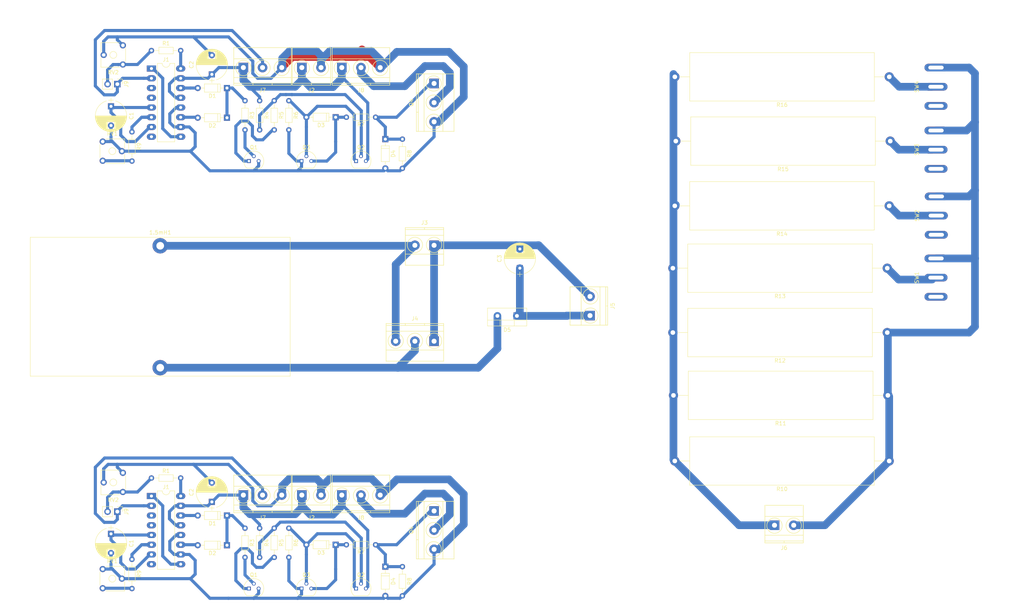
<source format=kicad_pcb>
(kicad_pcb (version 4) (host pcbnew 4.0.7)
  (layers (0 F.Cu signal hide) (31 B.Cu signal) (34 B.Paste user) (35 F.Paste user) (36 B.SilkS user) (37 F.SilkS user) (38 B.Mask user) (39 F.Mask user) (44 Edge.Cuts user))
  (net 0 "")
  (net 1 "Net-(C1-Pad1)")
  (net 2 GND)
  (net 3 "Net-(D1-Pad1)")
  (net 4 "Net-(D1-Pad2)")
  (net 5 "Net-(D2-Pad2)")
  (net 6 "Net-(D3-Pad1)")
  (net 7 "Net-(D3-Pad2)")
  (net 8 "Net-(D4-Pad1)")
  (net 9 "Net-(J1-Pad1)")
  (net 10 "Net-(J1-Pad2)")
  (net 11 "Net-(J1-Pad3)")
  (net 12 "Net-(J1-Pad4)")
  (net 13 "Net-(J1-Pad6)")
  (net 14 "Net-(J1-Pad8)")
  (net 15 "Net-(J1-Pad16)")
  (net 16 VCC)
  (net 17 "Net-(Q1-Pad2)")
  (net 18 "Net-(Q1-Pad1)")
  (net 19 "Net-(Q2-Pad2)")
  (net 20 "Net-(C3-Pad1)")
  (net 21 "Net-(R9-Pad2)")
  (net 22 "Net-(1.5mH1-Pad1)")
  (net 23 "Net-(R13-Pad1)")
  (net 24 "Net-(R14-Pad1)")
  (net 25 "Net-(R15-Pad1)")
  (net 26 "Net-(R16-Pad1)")
  (net 27 "Net-(SW1-Pad3)")
  (net 28 "Net-(SW2-Pad3)")
  (net 29 "Net-(SW3-Pad3)")
  (net 30 "Net-(SW4-Pad3)")
  (net 31 "Net-(J8-Pad2)")
  (net 32 "Net-(J9-Pad2)")
  (net 33 VDD)
  (net 34 GNDA)
  (net 35 GNDPWR)
  (net 36 VPP)
  (module Pin_Headers:Pin_Header_Straight_1x02_Pitch2.54mm (layer F.Cu) (at 43.18 147.32 270)
    (fp_text reference J9 (at 0 -2.33 270) (layer F.SilkS))
    (fp_text value "Jumper PID")
    (pad 1 thru_hole rect (at 0 0 270) (size 1.7 1.7) (drill 1) (layers *.Cu *.Mask) (net 10 "Net-(J1-Pad2)"))
    (pad 2 thru_hole oval (at 0 2.54 270) (size 1.7 1.7) (drill 1) (layers *.Cu *.Mask) (net 32 "Net-(J9-Pad2)"))
  )
  (module Housings_DIP:DIP-16_W7.62mm_LongPads (layer F.Cu) (at 52.07 143.256)
    (fp_text reference J1 (at 3.81 -2.33) (layer F.SilkS))
    (fp_text value sg3525)
    (pad 1 thru_hole rect (at 0 0) (size 2.4 1.6) (drill 0.8) (layers *.Cu *.Mask) (net 9 "Net-(J1-Pad1)"))
    (pad 9 thru_hole oval (at 7.62 17.78) (size 2.4 1.6) (drill 0.8) (layers *.Cu *.Mask) (net 9 "Net-(J1-Pad1)"))
    (pad 2 thru_hole oval (at 0 2.54) (size 2.4 1.6) (drill 0.8) (layers *.Cu *.Mask) (net 10 "Net-(J1-Pad2)"))
    (pad 10 thru_hole oval (at 7.62 15.24) (size 2.4 1.6) (drill 0.8) (layers *.Cu *.Mask) (net 2 GND))
    (pad 3 thru_hole oval (at 0 5.08) (size 2.4 1.6) (drill 0.8) (layers *.Cu *.Mask) (net 11 "Net-(J1-Pad3)"))
    (pad 11 thru_hole oval (at 7.62 12.7) (size 2.4 1.6) (drill 0.8) (layers *.Cu *.Mask) (net 5 "Net-(D2-Pad2)"))
    (pad 4 thru_hole oval (at 0 7.62) (size 2.4 1.6) (drill 0.8) (layers *.Cu *.Mask) (net 12 "Net-(J1-Pad4)"))
    (pad 12 thru_hole oval (at 7.62 10.16) (size 2.4 1.6) (drill 0.8) (layers *.Cu *.Mask) (net 2 GND))
    (pad 5 thru_hole oval (at 0 10.16) (size 2.4 1.6) (drill 0.8) (layers *.Cu *.Mask) (net 1 "Net-(C1-Pad1)"))
    (pad 13 thru_hole oval (at 7.62 7.62) (size 2.4 1.6) (drill 0.8) (layers *.Cu *.Mask) (net 16 VCC))
    (pad 6 thru_hole oval (at 0 12.7) (size 2.4 1.6) (drill 0.8) (layers *.Cu *.Mask) (net 13 "Net-(J1-Pad6)"))
    (pad 14 thru_hole oval (at 7.62 5.08) (size 2.4 1.6) (drill 0.8) (layers *.Cu *.Mask) (net 4 "Net-(D1-Pad2)"))
    (pad 7 thru_hole oval (at 0 15.24) (size 2.4 1.6) (drill 0.8) (layers *.Cu *.Mask) (net 1 "Net-(C1-Pad1)"))
    (pad 15 thru_hole oval (at 7.62 2.54) (size 2.4 1.6) (drill 0.8) (layers *.Cu *.Mask) (net 16 VCC))
    (pad 8 thru_hole oval (at 0 17.78) (size 2.4 1.6) (drill 0.8) (layers *.Cu *.Mask) (net 14 "Net-(J1-Pad8)"))
    (pad 16 thru_hole oval (at 7.62 0) (size 2.4 1.6) (drill 0.8) (layers *.Cu *.Mask) (net 15 "Net-(J1-Pad16)"))
  )
  (module Potentiometers:Potentiometer_Trimmer_ACP_CA6v_Horizontal (layer F.Cu) (at 44.624 137.2 180)
    (fp_text reference RV2 (at 2.5 -7.06 180) (layer F.SilkS))
    (fp_text value POT)
    (pad 3 thru_hole circle (at 0 -5 180) (size 1.62 1.62) (drill 0.9) (layers *.Cu *.Mask) (net 32 "Net-(J9-Pad2)"))
    (pad 2 thru_hole circle (at 5 -2.5 180) (size 1.62 1.62) (drill 0.9) (layers *.Cu *.Mask) (net 2 GND))
    (pad 1 thru_hole circle (at 0 0 180) (size 1.62 1.62) (drill 0.9) (layers *.Cu *.Mask) (net 2 GND))
  )
  (module Resistors_THT:R_Axial_DIN0204_L3.6mm_D1.6mm_P7.62mm_Horizontal (layer F.Cu) (at 52.07 138.557)
    (fp_text reference R1 (at 3.81 -1.86) (layer F.SilkS))
    (fp_text value R)
    (pad 1 thru_hole circle (at 0 0) (size 1.4 1.4) (drill 0.7) (layers *.Cu *.Mask) (net 32 "Net-(J9-Pad2)"))
    (pad 2 thru_hole oval (at 7.62 0) (size 1.4 1.4) (drill 0.7) (layers *.Cu *.Mask) (net 15 "Net-(J1-Pad16)"))
  )
  (module Capacitors_THT:CP_Radial_D8.0mm_P5.00mm (layer F.Cu) (at 67.818 144.78 90)
    (fp_text reference C2 (at 2.5 -5.31 90) (layer F.SilkS))
    (fp_text value C)
    (pad 1 thru_hole rect (at 0 0 90) (size 1.6 1.6) (drill 0.8) (layers *.Cu *.Mask) (net 16 VCC))
    (pad 2 thru_hole circle (at 5 0 90) (size 1.6 1.6) (drill 0.8) (layers *.Cu *.Mask) (net 2 GND))
  )
  (module Diodes_THT:D_DO-35_SOD27_P7.62mm_Horizontal (layer F.Cu) (at 71.755 148.336 180)
    (fp_text reference D1 (at 3.81 -2.06 180) (layer F.SilkS))
    (fp_text value 1n4148)
    (pad 1 thru_hole rect (at 0 0 180) (size 1.6 1.6) (drill 0.8) (layers *.Cu *.Mask) (net 3 "Net-(D1-Pad1)"))
    (pad 2 thru_hole oval (at 7.62 0 180) (size 1.6 1.6) (drill 0.8) (layers *.Cu *.Mask) (net 4 "Net-(D1-Pad2)"))
  )
  (module TerminalBlocks_Phoenix:TerminalBlock_Phoenix_MKDS1.5-3pol (layer F.Cu) (at 101.68 143.002)
    (fp_text reference J8 (at 5 5.9) (layer F.SilkS))
    (fp_text value "Conversor CC")
    (pad 3 thru_hole circle (at 10 0) (size 2.5 2.5) (drill 1.3) (layers *.Cu *.Mask) (net 2 GND))
    (pad 1 thru_hole rect (at 0 0) (size 2.5 2.5) (drill 1.3) (layers *.Cu *.Mask) (net 16 VCC))
    (pad 2 thru_hole circle (at 5 0) (size 2.5 2.5) (drill 1.3) (layers *.Cu *.Mask) (net 31 "Net-(J8-Pad2)"))
  )
  (module Diodes_THT:D_DO-35_SOD27_P7.62mm_Horizontal (layer F.Cu) (at 113.03 161.671 270)
    (fp_text reference D4 (at 3.81 -2.06 270) (layer F.SilkS))
    (fp_text value D_Zener)
    (pad 1 thru_hole rect (at 0 0 270) (size 1.6 1.6) (drill 0.8) (layers *.Cu *.Mask) (net 8 "Net-(D4-Pad1)"))
    (pad 2 thru_hole oval (at 7.62 0 270) (size 1.6 1.6) (drill 0.8) (layers *.Cu *.Mask) (net 2 GND))
  )
  (module Resistors_THT:R_Axial_DIN0204_L3.6mm_D1.6mm_P7.62mm_Horizontal (layer F.Cu) (at 110.49 155.956 180)
    (fp_text reference R7 (at 3.81 -1.86 180) (layer F.SilkS))
    (fp_text value 22R)
    (pad 1 thru_hole circle (at 0 0 180) (size 1.4 1.4) (drill 0.7) (layers *.Cu *.Mask) (net 8 "Net-(D4-Pad1)"))
    (pad 2 thru_hole oval (at 7.62 0 180) (size 1.4 1.4) (drill 0.7) (layers *.Cu *.Mask) (net 6 "Net-(D3-Pad1)"))
  )
  (module TerminalBlocks_Phoenix:TerminalBlock_Phoenix_MKDS1.5-3pol (layer F.Cu) (at 125.73 147.146 270)
    (fp_text reference Q4 (at 5 5.9 270) (layer F.SilkS))
    (fp_text value IRF3205)
    (pad 3 thru_hole circle (at 10 0 270) (size 2.5 2.5) (drill 1.3) (layers *.Cu *.Mask) (net 2 GND))
    (pad 1 thru_hole rect (at 0 0 270) (size 2.5 2.5) (drill 1.3) (layers *.Cu *.Mask) (net 8 "Net-(D4-Pad1)"))
    (pad 2 thru_hole circle (at 5 0 270) (size 2.5 2.5) (drill 1.3) (layers *.Cu *.Mask) (net 31 "Net-(J8-Pad2)"))
  )
  (module Resistors_THT:R_Axial_DIN0204_L3.6mm_D1.6mm_P7.62mm_Horizontal (layer F.Cu) (at 46.99 159.766 270)
    (fp_text reference R9 (at 3.81 -1.86 270) (layer F.SilkS))
    (fp_text value 1k)
    (pad 1 thru_hole circle (at 0 0 270) (size 1.4 1.4) (drill 0.7) (layers *.Cu *.Mask) (net 13 "Net-(J1-Pad6)"))
    (pad 2 thru_hole oval (at 7.62 0 270) (size 1.4 1.4) (drill 0.7) (layers *.Cu *.Mask) (net 21 "Net-(R9-Pad2)"))
  )
  (module Diodes_THT:D_DO-35_SOD27_P7.62mm_Horizontal (layer F.Cu) (at 71.755 156.083 180)
    (fp_text reference D2 (at 3.81 -2.06 180) (layer F.SilkS))
    (fp_text value 1n4148)
    (pad 1 thru_hole rect (at 0 0 180) (size 1.6 1.6) (drill 0.8) (layers *.Cu *.Mask) (net 3 "Net-(D1-Pad1)"))
    (pad 2 thru_hole oval (at 7.62 0 180) (size 1.6 1.6) (drill 0.8) (layers *.Cu *.Mask) (net 5 "Net-(D2-Pad2)"))
  )
  (module Potentiometers:Potentiometer_Trimmer_ACP_CA6v_Horizontal (layer F.Cu) (at 39.37 167.306)
    (fp_text reference RV1 (at 2.5 -7.06) (layer F.SilkS))
    (fp_text value POT)
    (pad 3 thru_hole circle (at 0 -5) (size 1.62 1.62) (drill 0.9) (layers *.Cu *.Mask) (net 2 GND))
    (pad 2 thru_hole circle (at 5 -2.5) (size 1.62 1.62) (drill 0.9) (layers *.Cu *.Mask) (net 2 GND))
    (pad 1 thru_hole circle (at 0 0) (size 1.62 1.62) (drill 0.9) (layers *.Cu *.Mask) (net 21 "Net-(R9-Pad2)"))
  )
  (module Capacitors_THT:CP_Radial_D8.0mm_P5.00mm (layer F.Cu) (at 41.529 153.115 270)
    (fp_text reference C1 (at 2.5 -5.31 270) (layer F.SilkS))
    (fp_text value C)
    (pad 1 thru_hole rect (at 0 0 270) (size 1.6 1.6) (drill 0.8) (layers *.Cu *.Mask) (net 1 "Net-(C1-Pad1)"))
    (pad 2 thru_hole circle (at 5 0 270) (size 1.6 1.6) (drill 0.8) (layers *.Cu *.Mask) (net 2 GND))
  )
  (module TO_SOT_Packages_THT:TO-92_Molded_Narrow (layer F.Cu) (at 77.47 167.386)
    (fp_text reference Q1 (at 1.27 -3.56) (layer F.SilkS))
    (fp_text value BC337)
    (pad 2 thru_hole circle (at 1.27 -1.27 90) (size 1 1) (drill 0.6) (layers *.Cu *.Mask) (net 17 "Net-(Q1-Pad2)"))
    (pad 3 thru_hole circle (at 2.54 0 90) (size 1 1) (drill 0.6) (layers *.Cu *.Mask) (net 2 GND))
    (pad 1 thru_hole rect (at 0 0 90) (size 1 1) (drill 0.6) (layers *.Cu *.Mask) (net 18 "Net-(Q1-Pad1)"))
  )
  (module Resistors_THT:R_Axial_DIN0204_L3.6mm_D1.6mm_P7.62mm_Horizontal (layer F.Cu) (at 76.454 151.638 270)
    (fp_text reference R3 (at 3.81 -1.86 270) (layer F.SilkS))
    (fp_text value 1k)
    (pad 1 thru_hole circle (at 0 0 270) (size 1.4 1.4) (drill 0.7) (layers *.Cu *.Mask) (net 3 "Net-(D1-Pad1)"))
    (pad 2 thru_hole oval (at 7.62 0 270) (size 1.4 1.4) (drill 0.7) (layers *.Cu *.Mask) (net 17 "Net-(Q1-Pad2)"))
  )
  (module Resistors_THT:R_Axial_DIN0204_L3.6mm_D1.6mm_P7.62mm_Horizontal (layer F.Cu) (at 117.475 161.671 270)
    (fp_text reference R8 (at 3.81 -1.86 270) (layer F.SilkS))
    (fp_text value 10k)
    (pad 1 thru_hole circle (at 0 0 270) (size 1.4 1.4) (drill 0.7) (layers *.Cu *.Mask) (net 8 "Net-(D4-Pad1)"))
    (pad 2 thru_hole oval (at 7.62 0 270) (size 1.4 1.4) (drill 0.7) (layers *.Cu *.Mask) (net 2 GND))
  )
  (module Resistors_THT:R_Axial_DIN0204_L3.6mm_D1.6mm_P7.62mm_Horizontal (layer F.Cu) (at 87.884 151.638 270)
    (fp_text reference R6 (at 3.81 -1.86 270) (layer F.SilkS))
    (fp_text value 680R)
    (pad 1 thru_hole circle (at 0 0 270) (size 1.4 1.4) (drill 0.7) (layers *.Cu *.Mask) (net 7 "Net-(D3-Pad2)"))
    (pad 2 thru_hole oval (at 7.62 0 270) (size 1.4 1.4) (drill 0.7) (layers *.Cu *.Mask) (net 2 GND))
  )
  (module Resistors_THT:R_Axial_DIN0204_L3.6mm_D1.6mm_P7.62mm_Horizontal (layer F.Cu) (at 80.264 151.638 270)
    (fp_text reference R4 (at 3.81 -1.86 270) (layer F.SilkS))
    (fp_text value 180R)
    (pad 1 thru_hole circle (at 0 0 270) (size 1.4 1.4) (drill 0.7) (layers *.Cu *.Mask) (net 16 VCC))
    (pad 2 thru_hole oval (at 7.62 0 270) (size 1.4 1.4) (drill 0.7) (layers *.Cu *.Mask) (net 19 "Net-(Q2-Pad2)"))
  )
  (module TerminalBlocks_Phoenix:TerminalBlock_Phoenix_MKDS1.5-3pol (layer F.Cu) (at 76.026 143.002)
    (fp_text reference J7 (at 5 5.9) (layer F.SilkS))
    (fp_text value PID)
    (pad 3 thru_hole circle (at 10 0) (size 2.5 2.5) (drill 1.3) (layers *.Cu *.Mask) (net 2 GND))
    (pad 1 thru_hole rect (at 0 0) (size 2.5 2.5) (drill 1.3) (layers *.Cu *.Mask) (net 16 VCC))
    (pad 2 thru_hole circle (at 5 0) (size 2.5 2.5) (drill 1.3) (layers *.Cu *.Mask) (net 10 "Net-(J1-Pad2)"))
  )
  (module Resistors_THT:R_Axial_DIN0204_L3.6mm_D1.6mm_P7.62mm_Horizontal (layer F.Cu) (at 84.074 151.638 270)
    (fp_text reference R5 (at 3.81 -1.86 270) (layer F.SilkS))
    (fp_text value 1k)
    (pad 1 thru_hole circle (at 0 0 270) (size 1.4 1.4) (drill 0.7) (layers *.Cu *.Mask) (net 19 "Net-(Q2-Pad2)"))
    (pad 2 thru_hole oval (at 7.62 0 270) (size 1.4 1.4) (drill 0.7) (layers *.Cu *.Mask) (net 18 "Net-(Q1-Pad1)"))
  )
  (module Diodes_THT:D_DO-35_SOD27_P7.62mm_Horizontal (layer F.Cu) (at 100.076 155.956 180)
    (fp_text reference D3 (at 3.81 -2.06 180) (layer F.SilkS))
    (fp_text value 1n4148)
    (pad 1 thru_hole rect (at 0 0 180) (size 1.6 1.6) (drill 0.8) (layers *.Cu *.Mask) (net 6 "Net-(D3-Pad1)"))
    (pad 2 thru_hole oval (at 7.62 0 180) (size 1.6 1.6) (drill 0.8) (layers *.Cu *.Mask) (net 7 "Net-(D3-Pad2)"))
  )
  (module TO_SOT_Packages_THT:TO-92_Molded_Narrow (layer F.Cu) (at 91.186 167.386)
    (fp_text reference Q3 (at 1.27 -3.56) (layer F.SilkS))
    (fp_text value BC327)
    (pad 2 thru_hole circle (at 1.27 -1.27 90) (size 1 1) (drill 0.6) (layers *.Cu *.Mask) (net 7 "Net-(D3-Pad2)"))
    (pad 3 thru_hole circle (at 2.54 0 90) (size 1 1) (drill 0.6) (layers *.Cu *.Mask) (net 6 "Net-(D3-Pad1)"))
    (pad 1 thru_hole rect (at 0 0 90) (size 1 1) (drill 0.6) (layers *.Cu *.Mask) (net 2 GND))
  )
  (module TerminalBlocks_Phoenix:TerminalBlock_Phoenix_MKDS1.5-2pol (layer F.Cu) (at 91.266 143.002)
    (fp_text reference J2 (at 2.5 5.9) (layer F.SilkS))
    (fp_text value Alimentação)
    (pad 1 thru_hole rect (at 0 0) (size 2.5 2.5) (drill 1.3) (layers *.Cu *.Mask) (net 16 VCC))
    (pad 2 thru_hole circle (at 5 0) (size 2.5 2.5) (drill 1.3) (layers *.Cu *.Mask) (net 2 GND))
  )
  (module TO_SOT_Packages_THT:TO-92_Molded_Narrow (layer F.Cu) (at 105.41 167.386)
    (fp_text reference Q2 (at 1.27 -3.56) (layer F.SilkS))
    (fp_text value BC327)
    (pad 2 thru_hole circle (at 1.27 -1.27 90) (size 1 1) (drill 0.6) (layers *.Cu *.Mask) (net 19 "Net-(Q2-Pad2)"))
    (pad 3 thru_hole circle (at 2.54 0 90) (size 1 1) (drill 0.6) (layers *.Cu *.Mask) (net 16 VCC))
    (pad 1 thru_hole rect (at 0 0 90) (size 1 1) (drill 0.6) (layers *.Cu *.Mask) (net 7 "Net-(D3-Pad2)"))
  )
  (module Pin_Headers:Pin_Header_Straight_1x02_Pitch2.54mm (layer F.Cu) (at 43.18 35.814 270)
    (fp_text reference J9 (at 0 -2.33 270) (layer F.SilkS))
    (fp_text value "Jumper PID")
    (pad 1 thru_hole rect (at 0 0 270) (size 1.7 1.7) (drill 1) (layers *.Cu *.Mask) (net 10 "Net-(J1-Pad2)"))
    (pad 2 thru_hole oval (at 0 2.54 270) (size 1.7 1.7) (drill 1) (layers *.Cu *.Mask) (net 32 "Net-(J9-Pad2)"))
  )
  (module Housings_DIP:DIP-16_W7.62mm_LongPads (layer F.Cu) (at 52.07 31.75)
    (fp_text reference J1 (at 3.81 -2.33) (layer F.SilkS))
    (fp_text value sg3525)
    (pad 1 thru_hole rect (at 0 0) (size 2.4 1.6) (drill 0.8) (layers *.Cu *.Mask) (net 9 "Net-(J1-Pad1)"))
    (pad 9 thru_hole oval (at 7.62 17.78) (size 2.4 1.6) (drill 0.8) (layers *.Cu *.Mask) (net 9 "Net-(J1-Pad1)"))
    (pad 2 thru_hole oval (at 0 2.54) (size 2.4 1.6) (drill 0.8) (layers *.Cu *.Mask) (net 10 "Net-(J1-Pad2)"))
    (pad 10 thru_hole oval (at 7.62 15.24) (size 2.4 1.6) (drill 0.8) (layers *.Cu *.Mask) (net 2 GND))
    (pad 3 thru_hole oval (at 0 5.08) (size 2.4 1.6) (drill 0.8) (layers *.Cu *.Mask) (net 11 "Net-(J1-Pad3)"))
    (pad 11 thru_hole oval (at 7.62 12.7) (size 2.4 1.6) (drill 0.8) (layers *.Cu *.Mask) (net 5 "Net-(D2-Pad2)"))
    (pad 4 thru_hole oval (at 0 7.62) (size 2.4 1.6) (drill 0.8) (layers *.Cu *.Mask) (net 12 "Net-(J1-Pad4)"))
    (pad 12 thru_hole oval (at 7.62 10.16) (size 2.4 1.6) (drill 0.8) (layers *.Cu *.Mask) (net 2 GND))
    (pad 5 thru_hole oval (at 0 10.16) (size 2.4 1.6) (drill 0.8) (layers *.Cu *.Mask) (net 1 "Net-(C1-Pad1)"))
    (pad 13 thru_hole oval (at 7.62 7.62) (size 2.4 1.6) (drill 0.8) (layers *.Cu *.Mask) (net 16 VCC))
    (pad 6 thru_hole oval (at 0 12.7) (size 2.4 1.6) (drill 0.8) (layers *.Cu *.Mask) (net 13 "Net-(J1-Pad6)"))
    (pad 14 thru_hole oval (at 7.62 5.08) (size 2.4 1.6) (drill 0.8) (layers *.Cu *.Mask) (net 4 "Net-(D1-Pad2)"))
    (pad 7 thru_hole oval (at 0 15.24) (size 2.4 1.6) (drill 0.8) (layers *.Cu *.Mask) (net 1 "Net-(C1-Pad1)"))
    (pad 15 thru_hole oval (at 7.62 2.54) (size 2.4 1.6) (drill 0.8) (layers *.Cu *.Mask) (net 16 VCC))
    (pad 8 thru_hole oval (at 0 17.78) (size 2.4 1.6) (drill 0.8) (layers *.Cu *.Mask) (net 14 "Net-(J1-Pad8)"))
    (pad 16 thru_hole oval (at 7.62 0) (size 2.4 1.6) (drill 0.8) (layers *.Cu *.Mask) (net 15 "Net-(J1-Pad16)"))
  )
  (module TerminalBlocks_Phoenix:TerminalBlock_Phoenix_MKDS1.5-2pol (layer F.Cu) (at 91.266 31.496)
    (fp_text reference J2 (at 2.5 5.9) (layer F.SilkS))
    (fp_text value Alimentação)
    (pad 1 thru_hole rect (at 0 0) (size 2.5 2.5) (drill 1.3) (layers *.Cu *.Mask) (net 16 VCC))
    (pad 2 thru_hole circle (at 5 0) (size 2.5 2.5) (drill 1.3) (layers *.Cu *.Mask) (net 2 GND))
  )
  (module Inductors_THT:L_Toroid_Vertical_L67.6mm_W36.1mm_P31.80mm_Vishay_TJ9 (layer F.Cu) (at 54.356 77.978)
    (fp_text reference 1.5mH1 (at 0 -3.46) (layer F.SilkS))
    (fp_text value L)
    (pad 1 thru_hole circle (at 0 0) (size 4 4) (drill 2) (layers *.Cu *.Mask) (net 22 "Net-(1.5mH1-Pad1)"))
    (pad 2 thru_hole circle (at 0 31.8) (size 4 4) (drill 2) (layers *.Cu *.Mask) (net 33 VDD))
  )
  (module "Circuito de Comando:power_switch" (layer F.Cu) (at 261.54 36.496 90)
    (fp_text reference SW4 (at 0 -10 90) (layer F.SilkS))
    (fp_text value SW_Push_SPDT)
    (pad 1 thru_hole oval (at 5 -5 90) (size 2 6) (drill oval 1 4) (layers *.Cu *.Mask) (net 36 VPP))
    (pad 3 thru_hole oval (at -5 -5 90) (size 2 6) (drill oval 1 4) (layers *.Cu *.Mask) (net 30 "Net-(SW4-Pad3)"))
    (pad 2 thru_hole oval (at 0 -5 90) (size 2 6) (drill oval 1 4) (layers *.Cu *.Mask) (net 26 "Net-(R16-Pad1)"))
  )
  (module "Circuito de Comando:power_switch" (layer F.Cu) (at 261.62 70.104 90)
    (fp_text reference SW2 (at 0 -10 90) (layer F.SilkS))
    (fp_text value SW_Push_SPDT)
    (pad 1 thru_hole oval (at 5 -5 90) (size 2 6) (drill oval 1 4) (layers *.Cu *.Mask) (net 36 VPP))
    (pad 3 thru_hole oval (at -5 -5 90) (size 2 6) (drill oval 1 4) (layers *.Cu *.Mask) (net 28 "Net-(SW2-Pad3)"))
    (pad 2 thru_hole oval (at 0 -5 90) (size 2 6) (drill oval 1 4) (layers *.Cu *.Mask) (net 24 "Net-(R14-Pad1)"))
  )
  (module "Circuito de Comando:power_switch" (layer F.Cu) (at 261.54 52.912 90)
    (fp_text reference SW3 (at 0 -10 90) (layer F.SilkS))
    (fp_text value SW_Push_SPDT)
    (pad 1 thru_hole oval (at 5 -5 90) (size 2 6) (drill oval 1 4) (layers *.Cu *.Mask) (net 36 VPP))
    (pad 3 thru_hole oval (at -5 -5 90) (size 2 6) (drill oval 1 4) (layers *.Cu *.Mask) (net 29 "Net-(SW3-Pad3)"))
    (pad 2 thru_hole oval (at 0 -5 90) (size 2 6) (drill oval 1 4) (layers *.Cu *.Mask) (net 25 "Net-(R15-Pad1)"))
  )
  (module "Circuito de Comando:power_switch" (layer F.Cu) (at 261.54 86.28 90)
    (fp_text reference SW1 (at 0 -10 90) (layer F.SilkS))
    (fp_text value SW_Push_SPDT)
    (pad 1 thru_hole oval (at 5 -5 90) (size 2 6) (drill oval 1 4) (layers *.Cu *.Mask) (net 36 VPP))
    (pad 3 thru_hole oval (at -5 -5 90) (size 2 6) (drill oval 1 4) (layers *.Cu *.Mask) (net 27 "Net-(SW1-Pad3)"))
    (pad 2 thru_hole oval (at 0 -5 90) (size 2 6) (drill oval 1 4) (layers *.Cu *.Mask) (net 23 "Net-(R13-Pad1)"))
  )
  (module Resistors_THT:R_Axial_Power_L48.0mm_W12.5mm_P55.88mm (layer F.Cu) (at 243.84 100.611603 180)
    (fp_text reference R12 (at 27.94 -7.31 180) (layer F.SilkS))
    (fp_text value 120R)
    (pad 1 thru_hole circle (at 0 0 180) (size 2.4 2.4) (drill 1.2) (layers *.Cu *.Mask) (net 36 VPP))
    (pad 2 thru_hole oval (at 55.88 0 180) (size 2.4 2.4) (drill 1.2) (layers *.Cu *.Mask) (net 35 GNDPWR))
  )
  (module Resistors_THT:R_Axial_Power_L48.0mm_W12.5mm_P55.88mm (layer F.Cu) (at 243.84 83.82 180)
    (fp_text reference R13 (at 27.94 -7.31 180) (layer F.SilkS))
    (fp_text value 120R)
    (pad 1 thru_hole circle (at 0 0 180) (size 2.4 2.4) (drill 1.2) (layers *.Cu *.Mask) (net 23 "Net-(R13-Pad1)"))
    (pad 2 thru_hole oval (at 55.88 0 180) (size 2.4 2.4) (drill 1.2) (layers *.Cu *.Mask) (net 35 GNDPWR))
  )
  (module TO_SOT_Packages_THT:TO-220-2_Vertical (layer F.Cu) (at 147.32 96.266 180)
    (fp_text reference D5 (at 2.54 -3.62 180) (layer F.SilkS))
    (fp_text value D)
    (pad 1 thru_hole rect (at 0 0 180) (size 1.8 1.8) (drill 1) (layers *.Cu *.Mask) (net 20 "Net-(C3-Pad1)"))
    (pad 2 thru_hole oval (at 5.08 0 180) (size 1.8 1.8) (drill 1) (layers *.Cu *.Mask) (net 33 VDD))
  )
  (module Capacitors_THT:CP_Radial_D8.0mm_P5.00mm (layer F.Cu) (at 148.082 83.82 90)
    (fp_text reference C3 (at 2.5 -5.31 90) (layer F.SilkS))
    (fp_text value 22uF)
    (pad 1 thru_hole rect (at 0 0 90) (size 1.6 1.6) (drill 0.8) (layers *.Cu *.Mask) (net 20 "Net-(C3-Pad1)"))
    (pad 2 thru_hole circle (at 5 0 90) (size 1.6 1.6) (drill 0.8) (layers *.Cu *.Mask) (net 34 GNDA))
  )
  (module Diodes_THT:D_DO-35_SOD27_P7.62mm_Horizontal (layer F.Cu) (at 113.03 50.165 270)
    (fp_text reference D4 (at 3.81 -2.06 270) (layer F.SilkS))
    (fp_text value D_Zener)
    (pad 1 thru_hole rect (at 0 0 270) (size 1.6 1.6) (drill 0.8) (layers *.Cu *.Mask) (net 8 "Net-(D4-Pad1)"))
    (pad 2 thru_hole oval (at 7.62 0 270) (size 1.6 1.6) (drill 0.8) (layers *.Cu *.Mask) (net 2 GND))
  )
  (module Resistors_THT:R_Axial_DIN0204_L3.6mm_D1.6mm_P7.62mm_Horizontal (layer F.Cu) (at 117.475 50.165 270)
    (fp_text reference R8 (at 3.81 -1.86 270) (layer F.SilkS))
    (fp_text value 10k)
    (pad 1 thru_hole circle (at 0 0 270) (size 1.4 1.4) (drill 0.7) (layers *.Cu *.Mask) (net 8 "Net-(D4-Pad1)"))
    (pad 2 thru_hole oval (at 7.62 0 270) (size 1.4 1.4) (drill 0.7) (layers *.Cu *.Mask) (net 2 GND))
  )
  (module Diodes_THT:D_DO-35_SOD27_P7.62mm_Horizontal (layer F.Cu) (at 71.755 44.577 180)
    (fp_text reference D2 (at 3.81 -2.06 180) (layer F.SilkS))
    (fp_text value 1n4148)
    (pad 1 thru_hole rect (at 0 0 180) (size 1.6 1.6) (drill 0.8) (layers *.Cu *.Mask) (net 3 "Net-(D1-Pad1)"))
    (pad 2 thru_hole oval (at 7.62 0 180) (size 1.6 1.6) (drill 0.8) (layers *.Cu *.Mask) (net 5 "Net-(D2-Pad2)"))
  )
  (module Capacitors_THT:CP_Radial_D8.0mm_P5.00mm (layer F.Cu) (at 67.818 33.274 90)
    (fp_text reference C2 (at 2.5 -5.31 90) (layer F.SilkS))
    (fp_text value C)
    (pad 1 thru_hole rect (at 0 0 90) (size 1.6 1.6) (drill 0.8) (layers *.Cu *.Mask) (net 16 VCC))
    (pad 2 thru_hole circle (at 5 0 90) (size 1.6 1.6) (drill 0.8) (layers *.Cu *.Mask) (net 2 GND))
  )
  (module Capacitors_THT:CP_Radial_D8.0mm_P5.00mm (layer F.Cu) (at 41.529 41.609 270)
    (fp_text reference C1 (at 2.5 -5.31 270) (layer F.SilkS))
    (fp_text value C)
    (pad 1 thru_hole rect (at 0 0 270) (size 1.6 1.6) (drill 0.8) (layers *.Cu *.Mask) (net 1 "Net-(C1-Pad1)"))
    (pad 2 thru_hole circle (at 5 0 270) (size 1.6 1.6) (drill 0.8) (layers *.Cu *.Mask) (net 2 GND))
  )
  (module Diodes_THT:D_DO-35_SOD27_P7.62mm_Horizontal (layer F.Cu) (at 71.755 36.83 180)
    (fp_text reference D1 (at 3.81 -2.06 180) (layer F.SilkS))
    (fp_text value 1n4148)
    (pad 1 thru_hole rect (at 0 0 180) (size 1.6 1.6) (drill 0.8) (layers *.Cu *.Mask) (net 3 "Net-(D1-Pad1)"))
    (pad 2 thru_hole oval (at 7.62 0 180) (size 1.6 1.6) (drill 0.8) (layers *.Cu *.Mask) (net 4 "Net-(D1-Pad2)"))
  )
  (module Diodes_THT:D_DO-35_SOD27_P7.62mm_Horizontal (layer F.Cu) (at 100.076 44.45 180)
    (fp_text reference D3 (at 3.81 -2.06 180) (layer F.SilkS))
    (fp_text value 1n4148)
    (pad 1 thru_hole rect (at 0 0 180) (size 1.6 1.6) (drill 0.8) (layers *.Cu *.Mask) (net 6 "Net-(D3-Pad1)"))
    (pad 2 thru_hole oval (at 7.62 0 180) (size 1.6 1.6) (drill 0.8) (layers *.Cu *.Mask) (net 7 "Net-(D3-Pad2)"))
  )
  (module TO_SOT_Packages_THT:TO-92_Molded_Narrow (layer F.Cu) (at 77.47 55.88)
    (fp_text reference Q1 (at 1.27 -3.56) (layer F.SilkS))
    (fp_text value BC337)
    (pad 2 thru_hole circle (at 1.27 -1.27 90) (size 1 1) (drill 0.6) (layers *.Cu *.Mask) (net 17 "Net-(Q1-Pad2)"))
    (pad 3 thru_hole circle (at 2.54 0 90) (size 1 1) (drill 0.6) (layers *.Cu *.Mask) (net 2 GND))
    (pad 1 thru_hole rect (at 0 0 90) (size 1 1) (drill 0.6) (layers *.Cu *.Mask) (net 18 "Net-(Q1-Pad1)"))
  )
  (module TO_SOT_Packages_THT:TO-92_Molded_Narrow (layer F.Cu) (at 105.41 55.88)
    (fp_text reference Q2 (at 1.27 -3.56) (layer F.SilkS))
    (fp_text value BC327)
    (pad 2 thru_hole circle (at 1.27 -1.27 90) (size 1 1) (drill 0.6) (layers *.Cu *.Mask) (net 19 "Net-(Q2-Pad2)"))
    (pad 3 thru_hole circle (at 2.54 0 90) (size 1 1) (drill 0.6) (layers *.Cu *.Mask) (net 16 VCC))
    (pad 1 thru_hole rect (at 0 0 90) (size 1 1) (drill 0.6) (layers *.Cu *.Mask) (net 7 "Net-(D3-Pad2)"))
  )
  (module TO_SOT_Packages_THT:TO-92_Molded_Narrow (layer F.Cu) (at 91.186 55.88)
    (fp_text reference Q3 (at 1.27 -3.56) (layer F.SilkS))
    (fp_text value BC327)
    (pad 2 thru_hole circle (at 1.27 -1.27 90) (size 1 1) (drill 0.6) (layers *.Cu *.Mask) (net 7 "Net-(D3-Pad2)"))
    (pad 3 thru_hole circle (at 2.54 0 90) (size 1 1) (drill 0.6) (layers *.Cu *.Mask) (net 6 "Net-(D3-Pad1)"))
    (pad 1 thru_hole rect (at 0 0 90) (size 1 1) (drill 0.6) (layers *.Cu *.Mask) (net 2 GND))
  )
  (module Resistors_THT:R_Axial_DIN0204_L3.6mm_D1.6mm_P7.62mm_Horizontal (layer F.Cu) (at 52.07 27.051)
    (fp_text reference R1 (at 3.81 -1.86) (layer F.SilkS))
    (fp_text value R)
    (pad 1 thru_hole circle (at 0 0) (size 1.4 1.4) (drill 0.7) (layers *.Cu *.Mask) (net 32 "Net-(J9-Pad2)"))
    (pad 2 thru_hole oval (at 7.62 0) (size 1.4 1.4) (drill 0.7) (layers *.Cu *.Mask) (net 15 "Net-(J1-Pad16)"))
  )
  (module Resistors_THT:R_Axial_DIN0204_L3.6mm_D1.6mm_P7.62mm_Horizontal (layer F.Cu) (at 76.454 40.132 270)
    (fp_text reference R3 (at 3.81 -1.86 270) (layer F.SilkS))
    (fp_text value 1k)
    (pad 1 thru_hole circle (at 0 0 270) (size 1.4 1.4) (drill 0.7) (layers *.Cu *.Mask) (net 3 "Net-(D1-Pad1)"))
    (pad 2 thru_hole oval (at 7.62 0 270) (size 1.4 1.4) (drill 0.7) (layers *.Cu *.Mask) (net 17 "Net-(Q1-Pad2)"))
  )
  (module Resistors_THT:R_Axial_DIN0204_L3.6mm_D1.6mm_P7.62mm_Horizontal (layer F.Cu) (at 80.264 40.132 270)
    (fp_text reference R4 (at 3.81 -1.86 270) (layer F.SilkS))
    (fp_text value 180R)
    (pad 1 thru_hole circle (at 0 0 270) (size 1.4 1.4) (drill 0.7) (layers *.Cu *.Mask) (net 16 VCC))
    (pad 2 thru_hole oval (at 7.62 0 270) (size 1.4 1.4) (drill 0.7) (layers *.Cu *.Mask) (net 19 "Net-(Q2-Pad2)"))
  )
  (module Resistors_THT:R_Axial_DIN0204_L3.6mm_D1.6mm_P7.62mm_Horizontal (layer F.Cu) (at 84.074 40.132 270)
    (fp_text reference R5 (at 3.81 -1.86 270) (layer F.SilkS))
    (fp_text value 1k)
    (pad 1 thru_hole circle (at 0 0 270) (size 1.4 1.4) (drill 0.7) (layers *.Cu *.Mask) (net 19 "Net-(Q2-Pad2)"))
    (pad 2 thru_hole oval (at 7.62 0 270) (size 1.4 1.4) (drill 0.7) (layers *.Cu *.Mask) (net 18 "Net-(Q1-Pad1)"))
  )
  (module Resistors_THT:R_Axial_DIN0204_L3.6mm_D1.6mm_P7.62mm_Horizontal (layer F.Cu) (at 110.49 44.45 180)
    (fp_text reference R7 (at 3.81 -1.86 180) (layer F.SilkS))
    (fp_text value 22R)
    (pad 1 thru_hole circle (at 0 0 180) (size 1.4 1.4) (drill 0.7) (layers *.Cu *.Mask) (net 8 "Net-(D4-Pad1)"))
    (pad 2 thru_hole oval (at 7.62 0 180) (size 1.4 1.4) (drill 0.7) (layers *.Cu *.Mask) (net 6 "Net-(D3-Pad1)"))
  )
  (module Resistors_THT:R_Axial_DIN0204_L3.6mm_D1.6mm_P7.62mm_Horizontal (layer F.Cu) (at 87.884 40.132 270)
    (fp_text reference R6 (at 3.81 -1.86 270) (layer F.SilkS))
    (fp_text value 680R)
    (pad 1 thru_hole circle (at 0 0 270) (size 1.4 1.4) (drill 0.7) (layers *.Cu *.Mask) (net 7 "Net-(D3-Pad2)"))
    (pad 2 thru_hole oval (at 7.62 0 270) (size 1.4 1.4) (drill 0.7) (layers *.Cu *.Mask) (net 2 GND))
  )
  (module TerminalBlocks_Phoenix:TerminalBlock_Phoenix_MKDS1.5-2pol (layer F.Cu) (at 125.73 77.851 180)
    (fp_text reference J3 (at 2.5 5.9 180) (layer F.SilkS))
    (fp_text value Vs)
    (pad 1 thru_hole rect (at 0 0 180) (size 2.5 2.5) (drill 1.3) (layers *.Cu *.Mask) (net 34 GNDA))
    (pad 2 thru_hole circle (at 5 0 180) (size 2.5 2.5) (drill 1.3) (layers *.Cu *.Mask) (net 22 "Net-(1.5mH1-Pad1)"))
  )
  (module TerminalBlocks_Phoenix:TerminalBlock_Phoenix_MKDS1.5-3pol (layer F.Cu) (at 125.73 102.87 180)
    (fp_text reference J4 (at 5 5.9 180) (layer F.SilkS))
    (fp_text value " Potência")
    (pad 3 thru_hole circle (at 10 0 180) (size 2.5 2.5) (drill 1.3) (layers *.Cu *.Mask) (net 22 "Net-(1.5mH1-Pad1)"))
    (pad 1 thru_hole rect (at 0 0 180) (size 2.5 2.5) (drill 1.3) (layers *.Cu *.Mask) (net 34 GNDA))
    (pad 2 thru_hole circle (at 5 0 180) (size 2.5 2.5) (drill 1.3) (layers *.Cu *.Mask) (net 33 VDD))
  )
  (module Resistors_THT:R_Axial_DIN0204_L3.6mm_D1.6mm_P7.62mm_Horizontal (layer F.Cu) (at 46.99 48.26 270)
    (fp_text reference R9 (at 3.81 -1.86 270) (layer F.SilkS))
    (fp_text value 1k)
    (pad 1 thru_hole circle (at 0 0 270) (size 1.4 1.4) (drill 0.7) (layers *.Cu *.Mask) (net 13 "Net-(J1-Pad6)"))
    (pad 2 thru_hole oval (at 7.62 0 270) (size 1.4 1.4) (drill 0.7) (layers *.Cu *.Mask) (net 21 "Net-(R9-Pad2)"))
  )
  (module TerminalBlocks_Phoenix:TerminalBlock_Phoenix_MKDS1.5-3pol (layer F.Cu) (at 125.73 35.64 270)
    (fp_text reference Q4 (at 5 5.9 270) (layer F.SilkS))
    (fp_text value IRF3205)
    (pad 3 thru_hole circle (at 10 0 270) (size 2.5 2.5) (drill 1.3) (layers *.Cu *.Mask) (net 2 GND))
    (pad 1 thru_hole rect (at 0 0 270) (size 2.5 2.5) (drill 1.3) (layers *.Cu *.Mask) (net 8 "Net-(D4-Pad1)"))
    (pad 2 thru_hole circle (at 5 0 270) (size 2.5 2.5) (drill 1.3) (layers *.Cu *.Mask) (net 31 "Net-(J8-Pad2)"))
  )
  (module TerminalBlocks_Phoenix:TerminalBlock_Phoenix_MKDS1.5-2pol (layer F.Cu) (at 166.37 96.186 90)
    (fp_text reference J5 (at 2.5 5.9 90) (layer F.SilkS))
    (fp_text value Carga)
    (pad 1 thru_hole rect (at 0 0 90) (size 2.5 2.5) (drill 1.3) (layers *.Cu *.Mask) (net 20 "Net-(C3-Pad1)"))
    (pad 2 thru_hole circle (at 5 0 90) (size 2.5 2.5) (drill 1.3) (layers *.Cu *.Mask) (net 34 GNDA))
  )
  (module Potentiometers:Potentiometer_Trimmer_ACP_CA6v_Horizontal (layer F.Cu) (at 39.37 55.8)
    (fp_text reference RV1 (at 2.5 -7.06) (layer F.SilkS))
    (fp_text value POT)
    (pad 3 thru_hole circle (at 0 -5) (size 1.62 1.62) (drill 0.9) (layers *.Cu *.Mask) (net 2 GND))
    (pad 2 thru_hole circle (at 5 -2.5) (size 1.62 1.62) (drill 0.9) (layers *.Cu *.Mask) (net 2 GND))
    (pad 1 thru_hole circle (at 0 0) (size 1.62 1.62) (drill 0.9) (layers *.Cu *.Mask) (net 21 "Net-(R9-Pad2)"))
  )
  (module Potentiometers:Potentiometer_Trimmer_ACP_CA6v_Horizontal (layer F.Cu) (at 44.624 25.694 180)
    (fp_text reference RV2 (at 2.5 -7.06 180) (layer F.SilkS))
    (fp_text value POT)
    (pad 3 thru_hole circle (at 0 -5 180) (size 1.62 1.62) (drill 0.9) (layers *.Cu *.Mask) (net 32 "Net-(J9-Pad2)"))
    (pad 2 thru_hole circle (at 5 -2.5 180) (size 1.62 1.62) (drill 0.9) (layers *.Cu *.Mask) (net 2 GND))
    (pad 1 thru_hole circle (at 0 0 180) (size 1.62 1.62) (drill 0.9) (layers *.Cu *.Mask) (net 2 GND))
  )
  (module TerminalBlocks_Phoenix:TerminalBlock_Phoenix_MKDS1.5-2pol (layer F.Cu) (at 214.456 150.876)
    (fp_text reference J6 (at 2.5 5.9) (layer F.SilkS))
    (fp_text value Carga-2)
    (pad 1 thru_hole rect (at 0 0) (size 2.5 2.5) (drill 1.3) (layers *.Cu *.Mask) (net 35 GNDPWR))
    (pad 2 thru_hole circle (at 5 0) (size 2.5 2.5) (drill 1.3) (layers *.Cu *.Mask) (net 36 VPP))
  )
  (module Resistors_THT:R_Axial_Power_L48.0mm_W12.5mm_P55.88mm (layer F.Cu) (at 244.348 134.112 180)
    (fp_text reference R10 (at 27.94 -7.31 180) (layer F.SilkS))
    (fp_text value 100R)
    (pad 1 thru_hole circle (at 0 0 180) (size 2.4 2.4) (drill 1.2) (layers *.Cu *.Mask) (net 36 VPP))
    (pad 2 thru_hole oval (at 55.88 0 180) (size 2.4 2.4) (drill 1.2) (layers *.Cu *.Mask) (net 35 GNDPWR))
  )
  (module Resistors_THT:R_Axial_Power_L48.0mm_W12.5mm_P55.88mm (layer F.Cu) (at 243.999579 116.994603 180)
    (fp_text reference R11 (at 27.94 -7.31 180) (layer F.SilkS))
    (fp_text value 120R)
    (pad 1 thru_hole circle (at 0 0 180) (size 2.4 2.4) (drill 1.2) (layers *.Cu *.Mask) (net 36 VPP))
    (pad 2 thru_hole oval (at 55.88 0 180) (size 2.4 2.4) (drill 1.2) (layers *.Cu *.Mask) (net 35 GNDPWR))
  )
  (module Resistors_THT:R_Axial_Power_L48.0mm_W12.5mm_P55.88mm (layer F.Cu) (at 244.348 67.564 180)
    (fp_text reference R14 (at 27.94 -7.31 180) (layer F.SilkS))
    (fp_text value 150R)
    (pad 1 thru_hole circle (at 0 0 180) (size 2.4 2.4) (drill 1.2) (layers *.Cu *.Mask) (net 24 "Net-(R14-Pad1)"))
    (pad 2 thru_hole oval (at 55.88 0 180) (size 2.4 2.4) (drill 1.2) (layers *.Cu *.Mask) (net 35 GNDPWR))
  )
  (module Resistors_THT:R_Axial_Power_L48.0mm_W12.5mm_P55.88mm (layer F.Cu) (at 244.616925 50.672847 180)
    (fp_text reference R15 (at 27.94 -7.31 180) (layer F.SilkS))
    (fp_text value 150R)
    (pad 1 thru_hole circle (at 0 0 180) (size 2.4 2.4) (drill 1.2) (layers *.Cu *.Mask) (net 25 "Net-(R15-Pad1)"))
    (pad 2 thru_hole oval (at 55.88 0 180) (size 2.4 2.4) (drill 1.2) (layers *.Cu *.Mask) (net 35 GNDPWR))
  )
  (module Resistors_THT:R_Axial_Power_L48.0mm_W12.5mm_P55.88mm (layer F.Cu) (at 244.362925 33.908847 180)
    (fp_text reference R16 (at 27.94 -7.31 180) (layer F.SilkS))
    (fp_text value 150R)
    (pad 1 thru_hole circle (at 0 0 180) (size 2.4 2.4) (drill 1.2) (layers *.Cu *.Mask) (net 26 "Net-(R16-Pad1)"))
    (pad 2 thru_hole oval (at 55.88 0 180) (size 2.4 2.4) (drill 1.2) (layers *.Cu *.Mask) (net 35 GNDPWR))
  )
  (module TerminalBlocks_Phoenix:TerminalBlock_Phoenix_MKDS1.5-3pol (layer F.Cu) (at 76.026 31.496)
    (fp_text reference J7 (at 5 5.9) (layer F.SilkS))
    (fp_text value PID)
    (pad 3 thru_hole circle (at 10 0) (size 2.5 2.5) (drill 1.3) (layers *.Cu *.Mask) (net 2 GND))
    (pad 1 thru_hole rect (at 0 0) (size 2.5 2.5) (drill 1.3) (layers *.Cu *.Mask) (net 16 VCC))
    (pad 2 thru_hole circle (at 5 0) (size 2.5 2.5) (drill 1.3) (layers *.Cu *.Mask) (net 10 "Net-(J1-Pad2)"))
  )
  (module TerminalBlocks_Phoenix:TerminalBlock_Phoenix_MKDS1.5-3pol (layer F.Cu) (at 101.68 31.496)
    (fp_text reference J8 (at 5 5.9) (layer F.SilkS))
    (fp_text value "Conversor CC")
    (pad 3 thru_hole circle (at 10 0) (size 2.5 2.5) (drill 1.3) (layers *.Cu *.Mask) (net 2 GND))
    (pad 1 thru_hole rect (at 0 0) (size 2.5 2.5) (drill 1.3) (layers *.Cu *.Mask) (net 16 VCC))
    (pad 2 thru_hole circle (at 5 0) (size 2.5 2.5) (drill 1.3) (layers *.Cu *.Mask) (net 31 "Net-(J8-Pad2)"))
  )
  (segment (start 45.72 162.306) (end 47.86 162.306) (width 0.8) (layer B.Cu) (net 1))
  (segment (start 52.07 153.416) (end 41.83 153.416) (width 0.8) (layer B.Cu) (net 1))
  (segment (start 41.529 154.715) (end 44.069 157.255) (width 0.8) (layer B.Cu) (net 1))
  (segment (start 41.529 153.115) (end 41.529 154.715) (width 0.8) (layer B.Cu) (net 1))
  (segment (start 41.83 153.416) (end 41.529 153.115) (width 0.8) (layer B.Cu) (net 1))
  (segment (start 51.67 158.496) (end 52.07 158.496) (width 0.8) (layer B.Cu) (net 1))
  (segment (start 47.86 162.306) (end 51.67 158.496) (width 0.8) (layer B.Cu) (net 1))
  (segment (start 44.069 157.255) (end 44.069 160.655) (width 0.8) (layer B.Cu) (net 1))
  (segment (start 44.069 160.655) (end 45.72 162.306) (width 0.8) (layer B.Cu) (net 1))
  (segment (start 41.529 41.609) (end 41.529 43.209) (width 0.8) (layer B.Cu) (net 1))
  (segment (start 45.72 50.8) (end 47.86 50.8) (width 0.8) (layer B.Cu) (net 1))
  (segment (start 41.529 43.209) (end 44.069 45.749) (width 0.8) (layer B.Cu) (net 1))
  (segment (start 44.069 45.749) (end 44.069 49.149) (width 0.8) (layer B.Cu) (net 1))
  (segment (start 47.86 50.8) (end 51.67 46.99) (width 0.8) (layer B.Cu) (net 1))
  (segment (start 44.069 49.149) (end 45.72 50.8) (width 0.8) (layer B.Cu) (net 1))
  (segment (start 51.67 46.99) (end 52.07 46.99) (width 0.8) (layer B.Cu) (net 1))
  (segment (start 52.07 41.91) (end 41.83 41.91) (width 0.8) (layer B.Cu) (net 1))
  (segment (start 41.83 41.91) (end 41.529 41.609) (width 0.8) (layer B.Cu) (net 1))
  (segment (start 87.884 165.384) (end 89.886 167.386) (width 0.8) (layer B.Cu) (net 2))
  (segment (start 87.884 159.258) (end 87.884 165.384) (width 0.8) (layer B.Cu) (net 2))
  (segment (start 89.886 167.386) (end 91.186 167.386) (width 0.8) (layer B.Cu) (net 2))
  (segment (start 90.17 169.926) (end 91.186 168.91) (width 0.8) (layer B.Cu) (net 2))
  (segment (start 91.186 167.386) (end 91.186 168.91) (width 0.8) (layer B.Cu) (net 2))
  (segment (start 39.624 136.144) (end 39.624 139.7) (width 0.8) (layer B.Cu) (net 2))
  (segment (start 43.18 135.001) (end 63.039 135.001) (width 0.8) (layer B.Cu) (net 2))
  (segment (start 40.767 135.001) (end 39.624 136.144) (width 0.8) (layer B.Cu) (net 2))
  (segment (start 43.18 135.001) (end 40.767 135.001) (width 0.8) (layer B.Cu) (net 2))
  (segment (start 43.18 135.001) (end 43.18 135.756) (width 0.8) (layer B.Cu) (net 2))
  (segment (start 43.18 135.756) (end 44.624 137.2) (width 0.8) (layer B.Cu) (net 2))
  (segment (start 72.145002 135.001) (end 63.039 135.001) (width 0.8) (layer B.Cu) (net 2))
  (segment (start 63.039 135.001) (end 67.818 139.78) (width 0.8) (layer B.Cu) (net 2))
  (segment (start 57.990512 158.496) (end 59.69 158.496) (width 0.8) (layer B.Cu) (net 2))
  (segment (start 59.69 153.416) (end 58.507088 153.416) (width 0.8) (layer B.Cu) (net 2))
  (segment (start 58.507088 153.416) (end 56.856266 155.066822) (width 0.8) (layer B.Cu) (net 2))
  (segment (start 56.856266 155.066822) (end 56.856266 157.361754) (width 0.8) (layer B.Cu) (net 2))
  (segment (start 56.856266 157.361754) (end 57.990512 158.496) (width 0.8) (layer B.Cu) (net 2))
  (segment (start 62.19 164.806) (end 62.297233 164.806) (width 0.8) (layer B.Cu) (net 2))
  (segment (start 63.469995 160.019536) (end 61.946459 158.496) (width 0.8) (layer B.Cu) (net 2))
  (segment (start 63.469995 163.633238) (end 63.469995 160.019536) (width 0.8) (layer B.Cu) (net 2))
  (segment (start 62.297233 164.806) (end 63.469995 163.633238) (width 0.8) (layer B.Cu) (net 2))
  (segment (start 61.946459 158.496) (end 59.69 158.496) (width 0.8) (layer B.Cu) (net 2))
  (segment (start 41.87 162.306) (end 44.37 164.806) (width 0.8) (layer B.Cu) (net 2))
  (segment (start 39.37 162.306) (end 41.87 162.306) (width 0.8) (layer B.Cu) (net 2))
  (segment (start 44.37 164.806) (end 62.19 164.806) (width 0.8) (layer B.Cu) (net 2))
  (segment (start 41.529 158.115) (end 41.529 161.965) (width 0.8) (layer B.Cu) (net 2))
  (segment (start 41.529 161.965) (end 41.87 162.306) (width 0.8) (layer B.Cu) (net 2))
  (segment (start 78.486 141.341998) (end 72.145002 135.001) (width 0.8) (layer B.Cu) (net 2))
  (segment (start 78.486 144.526) (end 78.486 141.341998) (width 0.8) (layer B.Cu) (net 2))
  (segment (start 83.228305 145.799695) (end 79.759695 145.799695) (width 0.8) (layer B.Cu) (net 2))
  (segment (start 79.759695 145.799695) (end 78.486 144.526) (width 0.8) (layer B.Cu) (net 2))
  (segment (start 86.026 143.002) (end 83.228305 145.799695) (width 0.8) (layer B.Cu) (net 2))
  (segment (start 86.159307 142.868693) (end 86.026 143.002) (width 2) (layer B.Cu) (net 2))
  (segment (start 86.159307 140.582499) (end 86.159307 142.868693) (width 2) (layer B.Cu) (net 2))
  (segment (start 88.012147 138.729659) (end 86.159307 140.582499) (width 2) (layer B.Cu) (net 2))
  (segment (start 95.1147 138.729659) (end 88.012147 138.729659) (width 2) (layer B.Cu) (net 2))
  (segment (start 96.266 139.880959) (end 95.1147 138.729659) (width 2) (layer B.Cu) (net 2))
  (segment (start 96.266 143.002) (end 96.266 139.880959) (width 2) (layer B.Cu) (net 2))
  (segment (start 96.266 140.975232) (end 98.557232 138.684) (width 2) (layer B.Cu) (net 2))
  (segment (start 96.266 143.002) (end 96.266 140.975232) (width 2) (layer B.Cu) (net 2))
  (segment (start 67.31 169.926) (end 62.19 164.806) (width 0.8) (layer B.Cu) (net 2))
  (segment (start 72.136 169.926) (end 67.31 169.926) (width 0.8) (layer B.Cu) (net 2))
  (segment (start 78.74 169.926) (end 72.136 169.926) (width 0.8) (layer B.Cu) (net 2))
  (segment (start 80.01 168.656) (end 80.01 167.386) (width 0.8) (layer B.Cu) (net 2))
  (segment (start 78.74 169.926) (end 80.01 168.656) (width 0.8) (layer B.Cu) (net 2))
  (segment (start 113.03 169.535588) (end 113.03 169.291) (width 0.8) (layer B.Cu) (net 2))
  (segment (start 117.475 169.291) (end 116.844113 169.921887) (width 0.8) (layer B.Cu) (net 2))
  (segment (start 113.660887 169.921887) (end 113.03 169.291) (width 0.8) (layer B.Cu) (net 2))
  (segment (start 116.844113 169.921887) (end 113.660887 169.921887) (width 0.8) (layer B.Cu) (net 2))
  (segment (start 120.015 166.751) (end 117.475 169.291) (width 0.8) (layer B.Cu) (net 2))
  (segment (start 112.639588 169.926) (end 113.03 169.535588) (width 0.8) (layer B.Cu) (net 2))
  (segment (start 90.17 169.926) (end 112.639588 169.926) (width 0.8) (layer B.Cu) (net 2))
  (segment (start 78.74 169.926) (end 90.17 169.926) (width 0.8) (layer B.Cu) (net 2))
  (segment (start 116.02988 138.90612) (end 129.626664 138.90612) (width 2) (layer B.Cu) (net 2))
  (segment (start 133.469483 142.748939) (end 133.469483 150.648076) (width 2) (layer B.Cu) (net 2))
  (segment (start 129.626664 138.90612) (end 133.469483 142.748939) (width 2) (layer B.Cu) (net 2))
  (segment (start 125.73 161.036) (end 120.015 166.751) (width 0.8) (layer B.Cu) (net 2))
  (segment (start 125.73 157.146) (end 125.73 161.036) (width 0.8) (layer B.Cu) (net 2))
  (segment (start 125.73 157.146) (end 126.971559 157.146) (width 2) (layer B.Cu) (net 2))
  (segment (start 126.971559 157.146) (end 128.27 155.847559) (width 2) (layer B.Cu) (net 2))
  (segment (start 128.27 155.847559) (end 129.578831 154.538728) (width 2) (layer B.Cu) (net 2))
  (segment (start 133.469483 150.648076) (end 128.27 155.847559) (width 2) (layer B.Cu) (net 2))
  (segment (start 98.557232 138.684) (end 109.406492 138.684) (width 2) (layer B.Cu) (net 2))
  (segment (start 111.68 143.256) (end 116.02988 138.90612) (width 2) (layer B.Cu) (net 2))
  (segment (start 111.68 143.089946) (end 111.68 143.256) (width 2) (layer B.Cu) (net 2))
  (segment (start 111.7538 143.163746) (end 111.68 143.089946) (width 2) (layer B.Cu) (net 2))
  (segment (start 111.68 140.957508) (end 111.68 143.002) (width 2) (layer B.Cu) (net 2))
  (segment (start 109.406492 138.684) (end 111.68 140.957508) (width 2) (layer B.Cu) (net 2))
  (segment (start 59.69 41.91) (end 58.507088 41.91) (width 0.8) (layer B.Cu) (net 2))
  (segment (start 58.507088 41.91) (end 56.856266 43.560822) (width 0.8) (layer B.Cu) (net 2))
  (segment (start 56.856266 43.560822) (end 56.856266 45.855754) (width 0.8) (layer B.Cu) (net 2))
  (segment (start 56.856266 45.855754) (end 57.990512 46.99) (width 0.8) (layer B.Cu) (net 2))
  (segment (start 57.990512 46.99) (end 59.69 46.99) (width 0.8) (layer B.Cu) (net 2))
  (segment (start 62.19 53.3) (end 62.297233 53.3) (width 0.8) (layer B.Cu) (net 2))
  (segment (start 62.297233 53.3) (end 63.469995 52.127238) (width 0.8) (layer B.Cu) (net 2))
  (segment (start 63.469995 52.127238) (end 63.469995 48.513536) (width 0.8) (layer B.Cu) (net 2))
  (segment (start 63.469995 48.513536) (end 61.946459 46.99) (width 0.8) (layer B.Cu) (net 2))
  (segment (start 61.946459 46.99) (end 59.69 46.99) (width 0.8) (layer B.Cu) (net 2))
  (segment (start 117.475 57.785) (end 116.844113 58.415887) (width 0.8) (layer B.Cu) (net 2))
  (segment (start 116.844113 58.415887) (end 113.660887 58.415887) (width 0.8) (layer B.Cu) (net 2))
  (segment (start 113.660887 58.415887) (end 113.03 57.785) (width 0.8) (layer B.Cu) (net 2))
  (segment (start 86.026 31.496) (end 83.228305 34.293695) (width 0.8) (layer B.Cu) (net 2))
  (segment (start 83.228305 34.293695) (end 79.759695 34.293695) (width 0.8) (layer B.Cu) (net 2))
  (segment (start 79.759695 34.293695) (end 78.486 33.02) (width 0.8) (layer B.Cu) (net 2))
  (segment (start 78.486 33.02) (end 78.486 29.835998) (width 0.8) (layer B.Cu) (net 2))
  (segment (start 78.486 29.835998) (end 72.145002 23.495) (width 0.8) (layer B.Cu) (net 2))
  (segment (start 72.145002 23.495) (end 63.039 23.495) (width 0.8) (layer B.Cu) (net 2))
  (segment (start 43.18 23.495) (end 63.039 23.495) (width 0.8) (layer B.Cu) (net 2))
  (segment (start 63.039 23.495) (end 67.818 28.274) (width 0.8) (layer B.Cu) (net 2))
  (segment (start 87.884 47.752) (end 87.884 53.878) (width 0.8) (layer B.Cu) (net 2))
  (segment (start 87.884 53.878) (end 89.886 55.88) (width 0.8) (layer B.Cu) (net 2))
  (segment (start 89.886 55.88) (end 91.186 55.88) (width 0.8) (layer B.Cu) (net 2))
  (segment (start 78.74 58.42) (end 72.136 58.42) (width 0.8) (layer B.Cu) (net 2))
  (segment (start 72.136 58.42) (end 67.31 58.42) (width 0.8) (layer B.Cu) (net 2))
  (segment (start 67.31 58.42) (end 62.19 53.3) (width 0.8) (layer B.Cu) (net 2))
  (segment (start 111.7538 31.657746) (end 111.68 31.583946) (width 2) (layer B.Cu) (net 2))
  (segment (start 111.68 31.583946) (end 111.68 31.75) (width 2) (layer B.Cu) (net 2))
  (segment (start 111.68 31.75) (end 116.02988 27.40012) (width 2) (layer B.Cu) (net 2))
  (segment (start 116.02988 27.40012) (end 129.626664 27.40012) (width 2) (layer B.Cu) (net 2))
  (segment (start 129.626664 27.40012) (end 133.469483 31.242939) (width 2) (layer B.Cu) (net 2))
  (segment (start 133.469483 31.242939) (end 133.469483 39.142076) (width 2) (layer B.Cu) (net 2))
  (segment (start 133.469483 39.142076) (end 128.27 44.341559) (width 2) (layer B.Cu) (net 2))
  (segment (start 96.266 31.496) (end 96.266 28.374959) (width 2) (layer B.Cu) (net 2))
  (segment (start 96.266 28.374959) (end 95.1147 27.223659) (width 2) (layer B.Cu) (net 2))
  (segment (start 95.1147 27.223659) (end 88.012147 27.223659) (width 2) (layer B.Cu) (net 2))
  (segment (start 88.012147 27.223659) (end 86.159307 29.076499) (width 2) (layer B.Cu) (net 2))
  (segment (start 86.159307 29.076499) (end 86.159307 31.362693) (width 2) (layer B.Cu) (net 2))
  (segment (start 86.159307 31.362693) (end 86.026 31.496) (width 2) (layer B.Cu) (net 2))
  (segment (start 96.266 31.496) (end 96.266 29.469232) (width 2) (layer B.Cu) (net 2))
  (segment (start 96.266 29.469232) (end 98.557232 27.178) (width 2) (layer B.Cu) (net 2))
  (segment (start 98.557232 27.178) (end 109.406492 27.178) (width 2) (layer B.Cu) (net 2))
  (segment (start 109.406492 27.178) (end 111.68 29.451508) (width 2) (layer B.Cu) (net 2))
  (segment (start 111.68 29.451508) (end 111.68 31.496) (width 2) (layer B.Cu) (net 2))
  (segment (start 111.68 31.496) (end 106.934 26.75) (width 2) (layer F.Cu) (net 2))
  (segment (start 86.026 31.496) (end 88.776001 28.745999) (width 2) (layer F.Cu) (net 2))
  (segment (start 88.776001 28.745999) (end 108.929999 28.745999) (width 2) (layer F.Cu) (net 2))
  (segment (start 108.929999 28.745999) (end 110.430001 30.246001) (width 2) (layer F.Cu) (net 2))
  (segment (start 110.430001 30.246001) (end 111.68 31.496) (width 2) (layer F.Cu) (net 2))
  (segment (start 43.18 23.495) (end 40.767 23.495) (width 0.8) (layer B.Cu) (net 2))
  (segment (start 43.18 23.495) (end 43.18 24.25) (width 0.8) (layer B.Cu) (net 2))
  (segment (start 43.18 24.25) (end 44.624 25.694) (width 0.8) (layer B.Cu) (net 2))
  (segment (start 40.767 23.495) (end 39.624 24.638) (width 0.8) (layer B.Cu) (net 2))
  (segment (start 39.624 24.638) (end 39.624 28.194) (width 0.8) (layer B.Cu) (net 2))
  (segment (start 41.529 46.609) (end 41.529 50.459) (width 0.8) (layer B.Cu) (net 2))
  (segment (start 41.529 50.459) (end 41.87 50.8) (width 0.8) (layer B.Cu) (net 2))
  (segment (start 126.971559 45.64) (end 128.27 44.341559) (width 2) (layer B.Cu) (net 2))
  (segment (start 128.27 44.341559) (end 129.578831 43.032728) (width 2) (layer B.Cu) (net 2))
  (segment (start 125.73 45.64) (end 126.971559 45.64) (width 2) (layer B.Cu) (net 2))
  (segment (start 125.73 45.64) (end 125.73 49.53) (width 0.8) (layer B.Cu) (net 2))
  (segment (start 125.73 49.53) (end 120.015 55.245) (width 0.8) (layer B.Cu) (net 2))
  (segment (start 120.015 55.245) (end 117.475 57.785) (width 0.8) (layer B.Cu) (net 2))
  (segment (start 90.17 58.42) (end 112.639588 58.42) (width 0.8) (layer B.Cu) (net 2))
  (segment (start 112.639588 58.42) (end 113.03 58.029588) (width 0.8) (layer B.Cu) (net 2))
  (segment (start 113.03 58.029588) (end 113.03 57.785) (width 0.8) (layer B.Cu) (net 2))
  (segment (start 78.74 58.42) (end 90.17 58.42) (width 0.8) (layer B.Cu) (net 2))
  (segment (start 90.17 58.42) (end 91.186 57.404) (width 0.8) (layer B.Cu) (net 2))
  (segment (start 78.74 58.42) (end 80.01 57.15) (width 0.8) (layer B.Cu) (net 2))
  (segment (start 80.01 57.15) (end 80.01 55.88) (width 0.8) (layer B.Cu) (net 2))
  (segment (start 91.186 55.88) (end 91.186 57.404) (width 0.8) (layer B.Cu) (net 2))
  (segment (start 44.37 53.3) (end 62.19 53.3) (width 0.8) (layer B.Cu) (net 2))
  (segment (start 39.37 50.8) (end 41.87 50.8) (width 0.8) (layer B.Cu) (net 2))
  (segment (start 41.87 50.8) (end 44.37 53.3) (width 0.8) (layer B.Cu) (net 2))
  (segment (start 71.755 156.083) (end 71.755 148.336) (width 0.8) (layer B.Cu) (net 3))
  (segment (start 73.152 148.336) (end 76.454 151.638) (width 0.8) (layer B.Cu) (net 3))
  (segment (start 71.755 148.336) (end 73.152 148.336) (width 0.8) (layer B.Cu) (net 3))
  (segment (start 71.755 36.83) (end 73.152 36.83) (width 0.8) (layer B.Cu) (net 3))
  (segment (start 73.152 36.83) (end 76.454 40.132) (width 0.8) (layer B.Cu) (net 3))
  (segment (start 71.755 44.577) (end 71.755 36.83) (width 0.8) (layer B.Cu) (net 3))
  (segment (start 62.23 148.336) (end 64.135 148.336) (width 0.8) (layer B.Cu) (net 4))
  (segment (start 59.69 148.336) (end 62.23 148.336) (width 0.8) (layer B.Cu) (net 4))
  (segment (start 62.23 36.83) (end 64.135 36.83) (width 0.8) (layer B.Cu) (net 4))
  (segment (start 59.69 36.83) (end 62.23 36.83) (width 0.8) (layer B.Cu) (net 4))
  (segment (start 59.69 155.956) (end 63.5 155.956) (width 0.8) (layer B.Cu) (net 5))
  (segment (start 59.69 44.45) (end 63.5 44.45) (width 0.8) (layer B.Cu) (net 5))
  (segment (start 97.79 167.386) (end 100.076 165.1) (width 0.8) (layer B.Cu) (net 6))
  (segment (start 93.726 167.386) (end 97.79 167.386) (width 0.8) (layer B.Cu) (net 6))
  (segment (start 100.076 155.956) (end 102.87 155.956) (width 0.8) (layer B.Cu) (net 6))
  (segment (start 100.076 155.956) (end 100.076 162.306) (width 0.8) (layer B.Cu) (net 6))
  (segment (start 100.076 165.1) (end 100.076 162.306) (width 0.8) (layer B.Cu) (net 6))
  (segment (start 93.726 55.88) (end 97.79 55.88) (width 0.8) (layer B.Cu) (net 6))
  (segment (start 97.79 55.88) (end 100.076 53.594) (width 0.8) (layer B.Cu) (net 6))
  (segment (start 100.076 44.45) (end 102.87 44.45) (width 0.8) (layer B.Cu) (net 6))
  (segment (start 100.076 53.594) (end 100.076 50.8) (width 0.8) (layer B.Cu) (net 6))
  (segment (start 100.076 44.45) (end 100.076 50.8) (width 0.8) (layer B.Cu) (net 6))
  (segment (start 92.456 166.116) (end 92.456 158.496) (width 0.8) (layer B.Cu) (net 7))
  (segment (start 95.213686 153.198314) (end 92.456 155.956) (width 0.8) (layer B.Cu) (net 7))
  (segment (start 92.456 158.496) (end 92.456 155.956) (width 0.8) (layer B.Cu) (net 7))
  (segment (start 95.314653 153.097347) (end 95.213686 153.198314) (width 0.8) (layer B.Cu) (net 7))
  (segment (start 102.731973 153.097347) (end 95.314653 153.097347) (width 0.8) (layer B.Cu) (net 7))
  (segment (start 88.138 151.638) (end 92.456 155.956) (width 0.8) (layer B.Cu) (net 7))
  (segment (start 87.884 151.638) (end 88.138 151.638) (width 0.8) (layer B.Cu) (net 7))
  (segment (start 105.41 167.386) (end 104.936337 166.912337) (width 0.8) (layer B.Cu) (net 7))
  (segment (start 104.936337 166.912337) (end 104.936337 155.301711) (width 0.8) (layer B.Cu) (net 7))
  (segment (start 104.936337 155.301711) (end 102.731973 153.097347) (width 0.8) (layer B.Cu) (net 7))
  (segment (start 92.456 54.61) (end 92.456 46.99) (width 0.8) (layer B.Cu) (net 7))
  (segment (start 87.884 40.132) (end 88.138 40.132) (width 0.8) (layer B.Cu) (net 7))
  (segment (start 88.138 40.132) (end 92.456 44.45) (width 0.8) (layer B.Cu) (net 7))
  (segment (start 105.41 55.88) (end 104.936337 55.406337) (width 0.8) (layer B.Cu) (net 7))
  (segment (start 104.936337 55.406337) (end 104.936337 43.795711) (width 0.8) (layer B.Cu) (net 7))
  (segment (start 104.936337 43.795711) (end 102.731973 41.591347) (width 0.8) (layer B.Cu) (net 7))
  (segment (start 102.731973 41.591347) (end 95.314653 41.591347) (width 0.8) (layer B.Cu) (net 7))
  (segment (start 95.314653 41.591347) (end 95.213686 41.692314) (width 0.8) (layer B.Cu) (net 7))
  (segment (start 95.213686 41.692314) (end 92.456 44.45) (width 0.8) (layer B.Cu) (net 7))
  (segment (start 92.456 46.99) (end 92.456 44.45) (width 0.8) (layer B.Cu) (net 7))
  (segment (start 125.73 147.146) (end 124.783801 147.146) (width 0.8) (layer B.Cu) (net 8))
  (segment (start 124.783801 147.146) (end 115.973801 155.956) (width 0.8) (layer B.Cu) (net 8))
  (segment (start 115.973801 155.956) (end 111.479949 155.956) (width 0.8) (layer B.Cu) (net 8))
  (segment (start 111.479949 155.956) (end 110.49 155.956) (width 0.8) (layer B.Cu) (net 8))
  (segment (start 113.03 158.496) (end 110.49 155.956) (width 0.8) (layer B.Cu) (net 8))
  (segment (start 117.475 161.671) (end 113.03 161.671) (width 0.8) (layer B.Cu) (net 8))
  (segment (start 113.03 161.671) (end 113.03 158.496) (width 0.8) (layer B.Cu) (net 8))
  (segment (start 125.73 35.64) (end 124.783801 35.64) (width 0.8) (layer B.Cu) (net 8))
  (segment (start 115.973801 44.45) (end 111.479949 44.45) (width 0.8) (layer B.Cu) (net 8))
  (segment (start 124.783801 35.64) (end 115.973801 44.45) (width 0.8) (layer B.Cu) (net 8))
  (segment (start 111.479949 44.45) (end 110.49 44.45) (width 0.8) (layer B.Cu) (net 8))
  (segment (start 117.475 50.165) (end 113.03 50.165) (width 0.8) (layer B.Cu) (net 8))
  (segment (start 113.03 50.165) (end 113.03 46.99) (width 0.8) (layer B.Cu) (net 8))
  (segment (start 113.03 46.99) (end 110.49 44.45) (width 0.8) (layer B.Cu) (net 8))
  (segment (start 55.010072 158.91813) (end 55.010072 145.796072) (width 0.8) (layer B.Cu) (net 9))
  (segment (start 55.010072 145.796072) (end 52.47 143.256) (width 0.8) (layer B.Cu) (net 9))
  (segment (start 52.47 143.256) (end 52.07 143.256) (width 0.8) (layer B.Cu) (net 9))
  (segment (start 59.69 161.036) (end 57.127942 161.036) (width 0.8) (layer B.Cu) (net 9))
  (segment (start 57.127942 161.036) (end 55.010072 158.91813) (width 0.8) (layer B.Cu) (net 9))
  (segment (start 59.69 49.53) (end 57.127942 49.53) (width 0.8) (layer B.Cu) (net 9))
  (segment (start 57.127942 49.53) (end 55.010072 47.41213) (width 0.8) (layer B.Cu) (net 9))
  (segment (start 55.010072 47.41213) (end 55.010072 34.290072) (width 0.8) (layer B.Cu) (net 9))
  (segment (start 55.010072 34.290072) (end 52.47 31.75) (width 0.8) (layer B.Cu) (net 9))
  (segment (start 52.47 31.75) (end 52.07 31.75) (width 0.8) (layer B.Cu) (net 9))
  (segment (start 44.556983 145.796) (end 50.07 145.796) (width 0.8) (layer B.Cu) (net 10))
  (segment (start 50.07 145.796) (end 52.07 145.796) (width 0.8) (layer B.Cu) (net 10))
  (segment (start 73.088279 133.329418) (end 39.864198 133.329418) (width 0.8) (layer B.Cu) (net 10))
  (segment (start 43.18 147.172983) (end 44.556983 145.796) (width 0.8) (layer B.Cu) (net 10))
  (segment (start 37.451216 135.7424) (end 37.451216 147.798964) (width 0.8) (layer B.Cu) (net 10))
  (segment (start 43.18 147.446) (end 43.18 147.172983) (width 0.8) (layer B.Cu) (net 10))
  (segment (start 39.864198 133.329418) (end 37.451216 135.7424) (width 0.8) (layer B.Cu) (net 10))
  (segment (start 43.18 149.352) (end 43.18 147.32) (width 0.8) (layer B.Cu) (net 10))
  (segment (start 37.451216 147.798964) (end 39.766252 150.114) (width 0.8) (layer B.Cu) (net 10))
  (segment (start 42.418 150.114) (end 43.18 149.352) (width 0.8) (layer B.Cu) (net 10))
  (segment (start 39.766252 150.114) (end 42.418 150.114) (width 0.8) (layer B.Cu) (net 10))
  (segment (start 81.026 143.002) (end 81.026 141.267139) (width 0.8) (layer B.Cu) (net 10))
  (segment (start 81.026 141.267139) (end 73.088279 133.329418) (width 0.8) (layer B.Cu) (net 10))
  (segment (start 43.18 35.94) (end 43.18 35.666983) (width 0.8) (layer B.Cu) (net 10))
  (segment (start 43.18 35.666983) (end 44.556983 34.29) (width 0.8) (layer B.Cu) (net 10))
  (segment (start 44.556983 34.29) (end 50.07 34.29) (width 0.8) (layer B.Cu) (net 10))
  (segment (start 50.07 34.29) (end 52.07 34.29) (width 0.8) (layer B.Cu) (net 10))
  (segment (start 81.026 31.496) (end 81.026 29.761139) (width 0.8) (layer B.Cu) (net 10))
  (segment (start 39.766252 38.608) (end 42.418 38.608) (width 0.8) (layer B.Cu) (net 10))
  (segment (start 81.026 29.761139) (end 73.088279 21.823418) (width 0.8) (layer B.Cu) (net 10))
  (segment (start 73.088279 21.823418) (end 39.864198 21.823418) (width 0.8) (layer B.Cu) (net 10))
  (segment (start 42.418 38.608) (end 43.18 37.846) (width 0.8) (layer B.Cu) (net 10))
  (segment (start 43.18 37.846) (end 43.18 35.814) (width 0.8) (layer B.Cu) (net 10))
  (segment (start 39.864198 21.823418) (end 37.451216 24.2364) (width 0.8) (layer B.Cu) (net 10))
  (segment (start 37.451216 24.2364) (end 37.451216 36.292964) (width 0.8) (layer B.Cu) (net 10))
  (segment (start 37.451216 36.292964) (end 39.766252 38.608) (width 0.8) (layer B.Cu) (net 10))
  (segment (start 49.53 155.956) (end 50.8 155.956) (width 0.8) (layer B.Cu) (net 13))
  (segment (start 50.038 155.956) (end 50.8 155.956) (width 0.8) (layer B.Cu) (net 13))
  (segment (start 50.8 155.956) (end 52.07 155.956) (width 0.8) (layer B.Cu) (net 13))
  (segment (start 46.99 158.496) (end 49.53 155.956) (width 0.8) (layer B.Cu) (net 13))
  (segment (start 46.99 159.766) (end 46.99 158.496) (width 0.8) (layer B.Cu) (net 13))
  (segment (start 50.038 44.45) (end 50.8 44.45) (width 0.8) (layer B.Cu) (net 13))
  (segment (start 50.8 44.45) (end 52.07 44.45) (width 0.8) (layer B.Cu) (net 13))
  (segment (start 46.99 46.99) (end 49.53 44.45) (width 0.8) (layer B.Cu) (net 13))
  (segment (start 49.53 44.45) (end 50.8 44.45) (width 0.8) (layer B.Cu) (net 13))
  (segment (start 46.99 48.26) (end 46.99 46.99) (width 0.8) (layer B.Cu) (net 13))
  (segment (start 59.69 138.557) (end 59.69 143.256) (width 0.8) (layer B.Cu) (net 15))
  (segment (start 59.69 27.051) (end 59.69 31.75) (width 0.8) (layer B.Cu) (net 15))
  (segment (start 67.864749 144.78) (end 69.642749 143.002) (width 0.8) (layer B.Cu) (net 16))
  (segment (start 69.642749 143.002) (end 69.687747 143.002) (width 0.8) (layer B.Cu) (net 16))
  (segment (start 67.818 144.78) (end 67.864749 144.78) (width 0.8) (layer B.Cu) (net 16))
  (segment (start 66.802 145.796) (end 67.818 144.78) (width 0.8) (layer B.Cu) (net 16))
  (segment (start 59.69 145.796) (end 58.268685 145.796) (width 0.8) (layer B.Cu) (net 16))
  (segment (start 56.763541 147.301144) (end 56.763541 149.201996) (width 0.8) (layer B.Cu) (net 16))
  (segment (start 56.763541 149.201996) (end 58.437545 150.876) (width 0.8) (layer B.Cu) (net 16))
  (segment (start 58.437545 150.876) (end 59.69 150.876) (width 0.8) (layer B.Cu) (net 16))
  (segment (start 58.268685 145.796) (end 56.763541 147.301144) (width 0.8) (layer B.Cu) (net 16))
  (segment (start 59.69 145.796) (end 66.802 145.796) (width 0.8) (layer B.Cu) (net 16))
  (segment (start 69.687747 143.002) (end 76.026 143.002) (width 0.8) (layer B.Cu) (net 16))
  (segment (start 76.026 143.002) (end 76.026 146.252) (width 2) (layer B.Cu) (net 16))
  (segment (start 77.776628 148.002628) (end 89.515372 148.002628) (width 2) (layer B.Cu) (net 16))
  (segment (start 89.515372 148.002628) (end 91.266 146.252) (width 2) (layer B.Cu) (net 16))
  (segment (start 93.471541 148.081541) (end 99.394459 148.081541) (width 2) (layer B.Cu) (net 16))
  (segment (start 91.642 146.252) (end 93.471541 148.081541) (width 2) (layer B.Cu) (net 16))
  (segment (start 91.266 146.252) (end 91.642 146.252) (width 2) (layer B.Cu) (net 16))
  (segment (start 91.266 146.252) (end 91.266 143.002) (width 2) (layer B.Cu) (net 16))
  (segment (start 77.062014 147.288014) (end 77.776628 148.002628) (width 2) (layer B.Cu) (net 16))
  (segment (start 76.026 146.252) (end 77.062014 147.288014) (width 2) (layer B.Cu) (net 16))
  (segment (start 77.062014 147.446065) (end 77.062014 147.288014) (width 0.8) (layer B.Cu) (net 16))
  (segment (start 80.264 150.648051) (end 77.062014 147.446065) (width 0.8) (layer B.Cu) (net 16))
  (segment (start 80.264 151.638) (end 80.264 150.648051) (width 0.8) (layer B.Cu) (net 16))
  (segment (start 107.95 167.386) (end 108.444208 166.891792) (width 0.8) (layer B.Cu) (net 16))
  (segment (start 108.444208 166.891792) (end 108.444208 152.210667) (width 0.8) (layer B.Cu) (net 16))
  (segment (start 108.444208 152.210667) (end 102.085073 145.851532) (width 0.8) (layer B.Cu) (net 16))
  (segment (start 102.085073 145.851532) (end 101.68 145.851532) (width 0.8) (layer B.Cu) (net 16))
  (segment (start 101.68 145.851532) (end 101.68 145.796) (width 0.8) (layer B.Cu) (net 16))
  (segment (start 101.68 145.851532) (end 101.68 143.002) (width 2) (layer B.Cu) (net 16))
  (segment (start 99.394459 148.081541) (end 101.68 145.796) (width 2) (layer B.Cu) (net 16))
  (segment (start 59.69 34.29) (end 58.268685 34.29) (width 0.8) (layer B.Cu) (net 16))
  (segment (start 58.268685 34.29) (end 56.763541 35.795144) (width 0.8) (layer B.Cu) (net 16))
  (segment (start 56.763541 35.795144) (end 56.763541 37.695996) (width 0.8) (layer B.Cu) (net 16))
  (segment (start 56.763541 37.695996) (end 58.437545 39.37) (width 0.8) (layer B.Cu) (net 16))
  (segment (start 58.437545 39.37) (end 59.69 39.37) (width 0.8) (layer B.Cu) (net 16))
  (segment (start 107.95 55.88) (end 108.444208 55.385792) (width 0.8) (layer B.Cu) (net 16))
  (segment (start 108.444208 55.385792) (end 108.444208 40.704667) (width 0.8) (layer B.Cu) (net 16))
  (segment (start 108.444208 40.704667) (end 102.085073 34.345532) (width 0.8) (layer B.Cu) (net 16))
  (segment (start 102.085073 34.345532) (end 101.68 34.345532) (width 0.8) (layer B.Cu) (net 16))
  (segment (start 77.062014 35.782014) (end 77.776628 36.496628) (width 2) (layer B.Cu) (net 16))
  (segment (start 77.776628 36.496628) (end 89.515372 36.496628) (width 2) (layer B.Cu) (net 16))
  (segment (start 89.515372 36.496628) (end 91.266 34.746) (width 2) (layer B.Cu) (net 16))
  (segment (start 101.68 34.345532) (end 101.68 31.496) (width 2) (layer B.Cu) (net 16))
  (segment (start 99.394459 36.575541) (end 101.68 34.29) (width 2) (layer B.Cu) (net 16))
  (segment (start 101.68 34.345532) (end 101.68 34.29) (width 0.8) (layer B.Cu) (net 16))
  (segment (start 91.266 34.746) (end 91.642 34.746) (width 2) (layer B.Cu) (net 16))
  (segment (start 91.642 34.746) (end 93.471541 36.575541) (width 2) (layer B.Cu) (net 16))
  (segment (start 93.471541 36.575541) (end 99.394459 36.575541) (width 2) (layer B.Cu) (net 16))
  (segment (start 67.818 33.274) (end 67.864749 33.274) (width 0.8) (layer B.Cu) (net 16))
  (segment (start 67.864749 33.274) (end 69.642749 31.496) (width 0.8) (layer B.Cu) (net 16))
  (segment (start 69.642749 31.496) (end 69.687747 31.496) (width 0.8) (layer B.Cu) (net 16))
  (segment (start 69.687747 31.496) (end 76.026 31.496) (width 0.8) (layer B.Cu) (net 16))
  (segment (start 59.69 34.29) (end 66.802 34.29) (width 0.8) (layer B.Cu) (net 16))
  (segment (start 66.802 34.29) (end 67.818 33.274) (width 0.8) (layer B.Cu) (net 16))
  (segment (start 80.264 40.132) (end 80.264 39.142051) (width 0.8) (layer B.Cu) (net 16))
  (segment (start 80.264 39.142051) (end 77.062014 35.940065) (width 0.8) (layer B.Cu) (net 16))
  (segment (start 77.062014 35.940065) (end 77.062014 35.782014) (width 0.8) (layer B.Cu) (net 16))
  (segment (start 76.026 31.496) (end 76.026 34.746) (width 2) (layer B.Cu) (net 16))
  (segment (start 76.026 34.746) (end 77.062014 35.782014) (width 2) (layer B.Cu) (net 16))
  (segment (start 91.266 34.746) (end 91.266 31.496) (width 2) (layer B.Cu) (net 16))
  (segment (start 76.454 159.258) (end 76.454 163.83) (width 0.8) (layer B.Cu) (net 17))
  (segment (start 76.454 163.83) (end 78.74 166.116) (width 0.8) (layer B.Cu) (net 17))
  (segment (start 76.454 47.752) (end 76.454 52.324) (width 0.8) (layer B.Cu) (net 17))
  (segment (start 76.454 52.324) (end 78.74 54.61) (width 0.8) (layer B.Cu) (net 17))
  (segment (start 77.47 167.386) (end 76.17 167.386) (width 0.8) (layer B.Cu) (net 18))
  (segment (start 74.068989 165.284989) (end 74.068989 158.270364) (width 0.8) (layer B.Cu) (net 18))
  (segment (start 78.385079 160.808079) (end 79.425895 161.848895) (width 0.8) (layer B.Cu) (net 18))
  (segment (start 76.17 167.386) (end 74.068989 165.284989) (width 0.8) (layer B.Cu) (net 18))
  (segment (start 74.068989 158.270364) (end 75.352889 156.986464) (width 0.8) (layer B.Cu) (net 18))
  (segment (start 78.385079 158.243047) (end 78.385079 160.808079) (width 0.8) (layer B.Cu) (net 18))
  (segment (start 77.128496 156.986464) (end 78.385079 158.243047) (width 0.8) (layer B.Cu) (net 18))
  (segment (start 79.425895 161.848895) (end 81.089465 161.848895) (width 0.8) (layer B.Cu) (net 18))
  (segment (start 81.089465 161.848895) (end 83.68036 159.258) (width 0.8) (layer B.Cu) (net 18))
  (segment (start 83.68036 159.258) (end 84.074 159.258) (width 0.8) (layer B.Cu) (net 18))
  (segment (start 75.352889 156.986464) (end 77.128496 156.986464) (width 0.8) (layer B.Cu) (net 18))
  (segment (start 77.47 55.88) (end 76.17 55.88) (width 0.8) (layer B.Cu) (net 18))
  (segment (start 76.17 55.88) (end 74.068989 53.778989) (width 0.8) (layer B.Cu) (net 18))
  (segment (start 74.068989 53.778989) (end 74.068989 46.764364) (width 0.8) (layer B.Cu) (net 18))
  (segment (start 74.068989 46.764364) (end 75.352889 45.480464) (width 0.8) (layer B.Cu) (net 18))
  (segment (start 75.352889 45.480464) (end 77.128496 45.480464) (width 0.8) (layer B.Cu) (net 18))
  (segment (start 77.128496 45.480464) (end 78.385079 46.737047) (width 0.8) (layer B.Cu) (net 18))
  (segment (start 79.425895 50.342895) (end 81.089465 50.342895) (width 0.8) (layer B.Cu) (net 18))
  (segment (start 78.385079 46.737047) (end 78.385079 49.302079) (width 0.8) (layer B.Cu) (net 18))
  (segment (start 78.385079 49.302079) (end 79.425895 50.342895) (width 0.8) (layer B.Cu) (net 18))
  (segment (start 81.089465 50.342895) (end 83.68036 47.752) (width 0.8) (layer B.Cu) (net 18))
  (segment (start 83.68036 47.752) (end 84.074 47.752) (width 0.8) (layer B.Cu) (net 18))
  (segment (start 80.264 159.258) (end 80.264 155.448) (width 0.8) (layer B.Cu) (net 19))
  (segment (start 88.664501 150.050499) (end 102.567465 150.050499) (width 0.8) (layer B.Cu) (net 19))
  (segment (start 87.103499 150.050499) (end 87.115999 150.037999) (width 0.8) (layer B.Cu) (net 19))
  (segment (start 85.661501 150.050499) (end 87.103499 150.050499) (width 0.8) (layer B.Cu) (net 19))
  (segment (start 87.115999 150.037999) (end 88.652001 150.037999) (width 0.8) (layer B.Cu) (net 19))
  (segment (start 88.652001 150.037999) (end 88.664501 150.050499) (width 0.8) (layer B.Cu) (net 19))
  (segment (start 80.264 155.448) (end 84.074 151.638) (width 0.8) (layer B.Cu) (net 19))
  (segment (start 84.074 151.638) (end 85.661501 150.050499) (width 0.8) (layer B.Cu) (net 19))
  (segment (start 102.567465 150.050499) (end 106.758745 154.241779) (width 0.8) (layer B.Cu) (net 19))
  (segment (start 106.758745 154.241779) (end 106.758745 166.037255) (width 0.8) (layer B.Cu) (net 19))
  (segment (start 106.758745 166.037255) (end 106.68 166.116) (width 0.8) (layer B.Cu) (net 19))
  (segment (start 84.074 40.132) (end 85.661501 38.544499) (width 0.8) (layer B.Cu) (net 19))
  (segment (start 85.661501 38.544499) (end 87.103499 38.544499) (width 0.8) (layer B.Cu) (net 19))
  (segment (start 87.103499 38.544499) (end 87.115999 38.531999) (width 0.8) (layer B.Cu) (net 19))
  (segment (start 87.115999 38.531999) (end 88.652001 38.531999) (width 0.8) (layer B.Cu) (net 19))
  (segment (start 88.652001 38.531999) (end 88.664501 38.544499) (width 0.8) (layer B.Cu) (net 19))
  (segment (start 106.758745 42.735779) (end 106.758745 54.531255) (width 0.8) (layer B.Cu) (net 19))
  (segment (start 88.664501 38.544499) (end 102.567465 38.544499) (width 0.8) (layer B.Cu) (net 19))
  (segment (start 102.567465 38.544499) (end 106.758745 42.735779) (width 0.8) (layer B.Cu) (net 19))
  (segment (start 106.758745 54.531255) (end 106.68 54.61) (width 0.8) (layer B.Cu) (net 19))
  (segment (start 80.264 47.752) (end 80.264 43.942) (width 0.8) (layer B.Cu) (net 19))
  (segment (start 80.264 43.942) (end 84.074 40.132) (width 0.8) (layer B.Cu) (net 19))
  (segment (start 148.082 83.82) (end 148.082 95.504) (width 2) (layer B.Cu) (net 20))
  (segment (start 148.082 95.504) (end 147.32 96.266) (width 2) (layer B.Cu) (net 20))
  (segment (start 160.401 96.186) (end 160.321 96.266) (width 2) (layer B.Cu) (net 20))
  (segment (start 160.321 96.266) (end 147.32 96.266) (width 2) (layer B.Cu) (net 20))
  (segment (start 160.401 96.186) (end 166.37 96.186) (width 2) (layer B.Cu) (net 20))
  (segment (start 39.37 167.306) (end 46.91 167.306) (width 0.8) (layer B.Cu) (net 21))
  (segment (start 46.91 167.306) (end 46.99 167.386) (width 0.8) (layer B.Cu) (net 21))
  (segment (start 39.37 55.8) (end 46.91 55.8) (width 0.8) (layer B.Cu) (net 21))
  (segment (start 46.91 55.8) (end 46.99 55.88) (width 0.8) (layer B.Cu) (net 21))
  (segment (start 54.356 77.978) (end 120.603 77.978) (width 2) (layer B.Cu) (net 22))
  (segment (start 120.603 77.978) (end 120.73 77.851) (width 2) (layer B.Cu) (net 22))
  (segment (start 115.73 102.87) (end 115.73 82.851) (width 2) (layer B.Cu) (net 22))
  (segment (start 115.73 82.851) (end 120.73 77.851) (width 2) (layer B.Cu) (net 22))
  (segment (start 255.524 86.788) (end 246.808 86.788) (width 2) (layer B.Cu) (net 23))
  (segment (start 246.808 86.788) (end 243.84 83.82) (width 2) (layer B.Cu) (net 23))
  (segment (start 255.524 70.104) (end 246.888 70.104) (width 2) (layer B.Cu) (net 24))
  (segment (start 246.888 70.104) (end 244.348 67.564) (width 2) (layer B.Cu) (net 24))
  (segment (start 255.524 52.912) (end 246.856078 52.912) (width 2) (layer B.Cu) (net 25))
  (segment (start 246.856078 52.912) (end 244.616925 50.672847) (width 2) (layer B.Cu) (net 25))
  (segment (start 255.524 36.496) (end 246.950078 36.496) (width 2) (layer B.Cu) (net 26))
  (segment (start 246.950078 36.496) (end 244.362925 33.908847) (width 2) (layer B.Cu) (net 26))
  (segment (start 118.096415 147.857815) (end 123.347245 142.606985) (width 2) (layer B.Cu) (net 31))
  (segment (start 123.347245 142.606985) (end 128.117077 142.606985) (width 2) (layer B.Cu) (net 31))
  (segment (start 129.82839 144.318298) (end 129.82839 148.04761) (width 2) (layer B.Cu) (net 31))
  (segment (start 128.117077 142.606985) (end 129.82839 144.318298) (width 2) (layer B.Cu) (net 31))
  (segment (start 129.82839 148.04761) (end 125.73 152.146) (width 2) (layer B.Cu) (net 31))
  (segment (start 106.68 143.256) (end 106.68 144.526) (width 2) (layer B.Cu) (net 31))
  (segment (start 106.68 144.526) (end 110.011815 147.857815) (width 2) (layer B.Cu) (net 31))
  (segment (start 110.011815 147.857815) (end 118.096415 147.857815) (width 2) (layer B.Cu) (net 31))
  (segment (start 106.68 31.75) (end 106.68 33.02) (width 2) (layer B.Cu) (net 31))
  (segment (start 106.68 33.02) (end 110.011815 36.351815) (width 2) (layer B.Cu) (net 31))
  (segment (start 110.011815 36.351815) (end 118.096415 36.351815) (width 2) (layer B.Cu) (net 31))
  (segment (start 118.096415 36.351815) (end 123.347245 31.100985) (width 2) (layer B.Cu) (net 31))
  (segment (start 123.347245 31.100985) (end 128.117077 31.100985) (width 2) (layer B.Cu) (net 31))
  (segment (start 129.82839 32.812298) (end 129.82839 36.54161) (width 2) (layer B.Cu) (net 31))
  (segment (start 128.117077 31.100985) (end 129.82839 32.812298) (width 2) (layer B.Cu) (net 31))
  (segment (start 129.82839 36.54161) (end 125.73 40.64) (width 2) (layer B.Cu) (net 31))
  (segment (start 48.427 142.2) (end 44.624 142.2) (width 0.8) (layer B.Cu) (net 32))
  (segment (start 52.07 138.557) (end 48.427 142.2) (width 0.8) (layer B.Cu) (net 32))
  (segment (start 40.64 147.32) (end 40.64 143.637) (width 0.8) (layer B.Cu) (net 32))
  (segment (start 42.077 142.2) (end 43.478488 142.2) (width 0.8) (layer B.Cu) (net 32))
  (segment (start 40.64 143.637) (end 42.077 142.2) (width 0.8) (layer B.Cu) (net 32))
  (segment (start 43.478488 142.2) (end 43.438488 142.24) (width 0.8) (layer B.Cu) (net 32))
  (segment (start 44.624 142.2) (end 43.478488 142.2) (width 0.8) (layer B.Cu) (net 32))
  (segment (start 40.64 35.814) (end 40.64 32.131) (width 0.8) (layer B.Cu) (net 32))
  (segment (start 40.64 32.131) (end 42.077 30.694) (width 0.8) (layer B.Cu) (net 32))
  (segment (start 42.077 30.694) (end 43.478488 30.694) (width 0.8) (layer B.Cu) (net 32))
  (segment (start 52.07 27.051) (end 48.427 30.694) (width 0.8) (layer B.Cu) (net 32))
  (segment (start 48.427 30.694) (end 44.624 30.694) (width 0.8) (layer B.Cu) (net 32))
  (segment (start 44.624 30.694) (end 43.478488 30.694) (width 0.8) (layer B.Cu) (net 32))
  (segment (start 43.478488 30.694) (end 43.438488 30.734) (width 0.8) (layer B.Cu) (net 32))
  (segment (start 142.24 104.775) (end 137.237 109.778) (width 2) (layer B.Cu) (net 33))
  (segment (start 137.237 109.778) (end 116.282 109.778) (width 2) (layer B.Cu) (net 33))
  (segment (start 54.356 109.778) (end 116.282 109.778) (width 2) (layer B.Cu) (net 33))
  (segment (start 116.282 109.778) (end 120.73 105.33) (width 2) (layer B.Cu) (net 33))
  (segment (start 120.73 105.33) (end 120.73 102.87) (width 2) (layer B.Cu) (net 33))
  (segment (start 142.24 96.266) (end 142.24 104.775) (width 2) (layer B.Cu) (net 33))
  (segment (start 166.37 91.186) (end 153.035 77.851) (width 2) (layer B.Cu) (net 34))
  (segment (start 153.035 77.851) (end 152.781 77.851) (width 2) (layer B.Cu) (net 34))
  (segment (start 152.781 77.851) (end 147.113 77.851) (width 2) (layer B.Cu) (net 34))
  (segment (start 125.73 77.851) (end 147.113 77.851) (width 2) (layer B.Cu) (net 34))
  (segment (start 147.113 77.851) (end 148.082 78.82) (width 2) (layer B.Cu) (net 34))
  (segment (start 125.73 102.87) (end 125.73 77.851) (width 2) (layer B.Cu) (net 34))
  (segment (start 188.119579 116.994603) (end 188.119579 33.179579) (width 2) (layer B.Cu) (net 35))
  (segment (start 188.119579 100.771182) (end 187.96 100.611603) (width 2) (layer B.Cu) (net 35))
  (segment (start 188.119579 116.994603) (end 188.119579 133.763579) (width 2) (layer B.Cu) (net 35))
  (segment (start 188.119579 133.763579) (end 188.468 134.112) (width 2) (layer B.Cu) (net 35))
  (segment (start 188.246579 116.867603) (end 188.119579 116.994603) (width 2) (layer B.Cu) (net 35))
  (segment (start 188.736925 67.295075) (end 188.468 67.564) (width 2) (layer B.Cu) (net 35))
  (segment (start 188.482925 50.418847) (end 188.736925 50.672847) (width 2) (layer B.Cu) (net 35))
  (segment (start 214.456 150.876) (end 205.232 150.876) (width 2) (layer B.Cu) (net 35))
  (segment (start 205.232 150.876) (end 188.468 134.112) (width 2) (layer B.Cu) (net 35))
  (segment (start 265.148397 100.611603) (end 266.7 99.06) (width 2) (layer B.Cu) (net 36))
  (segment (start 266.7 99.06) (end 266.7 81.28) (width 2) (layer B.Cu) (net 36))
  (segment (start 243.84 100.611603) (end 265.148397 100.611603) (width 2) (layer B.Cu) (net 36))
  (segment (start 266.7 81.28) (end 266.7 63.5) (width 2) (layer B.Cu) (net 36))
  (segment (start 256.54 81.28) (end 266.7 81.28) (width 2) (layer B.Cu) (net 36))
  (segment (start 256.54 47.912) (end 264.508 47.912) (width 2) (layer B.Cu) (net 36))
  (segment (start 256.62 65.104) (end 265.096 65.104) (width 2) (layer B.Cu) (net 36))
  (segment (start 265.096 65.104) (end 266.7 63.5) (width 2) (layer B.Cu) (net 36))
  (segment (start 266.7 63.5) (end 266.7 45.72) (width 2) (layer B.Cu) (net 36))
  (segment (start 266.7 45.72) (end 266.7 33.02) (width 2) (layer B.Cu) (net 36))
  (segment (start 264.508 47.912) (end 266.7 45.72) (width 2) (layer B.Cu) (net 36))
  (segment (start 266.7 33.02) (end 265.176 31.496) (width 2) (layer B.Cu) (net 36))
  (segment (start 265.176 31.496) (end 255.524 31.496) (width 2) (layer B.Cu) (net 36))
  (segment (start 243.999579 116.994603) (end 243.999579 100.771182) (width 2) (layer B.Cu) (net 36))
  (segment (start 243.999579 100.771182) (end 243.84 100.611603) (width 2) (layer B.Cu) (net 36))
  (segment (start 244.348 134.112) (end 244.348 117.343024) (width 2) (layer B.Cu) (net 36))
  (segment (start 244.348 117.343024) (end 243.999579 116.994603) (width 2) (layer B.Cu) (net 36))
  (segment (start 219.456 150.876) (end 227.584 150.876) (width 2) (layer B.Cu) (net 36))
  (segment (start 227.584 150.876) (end 244.348 134.112) (width 2) (layer B.Cu) (net 36))
)
</source>
